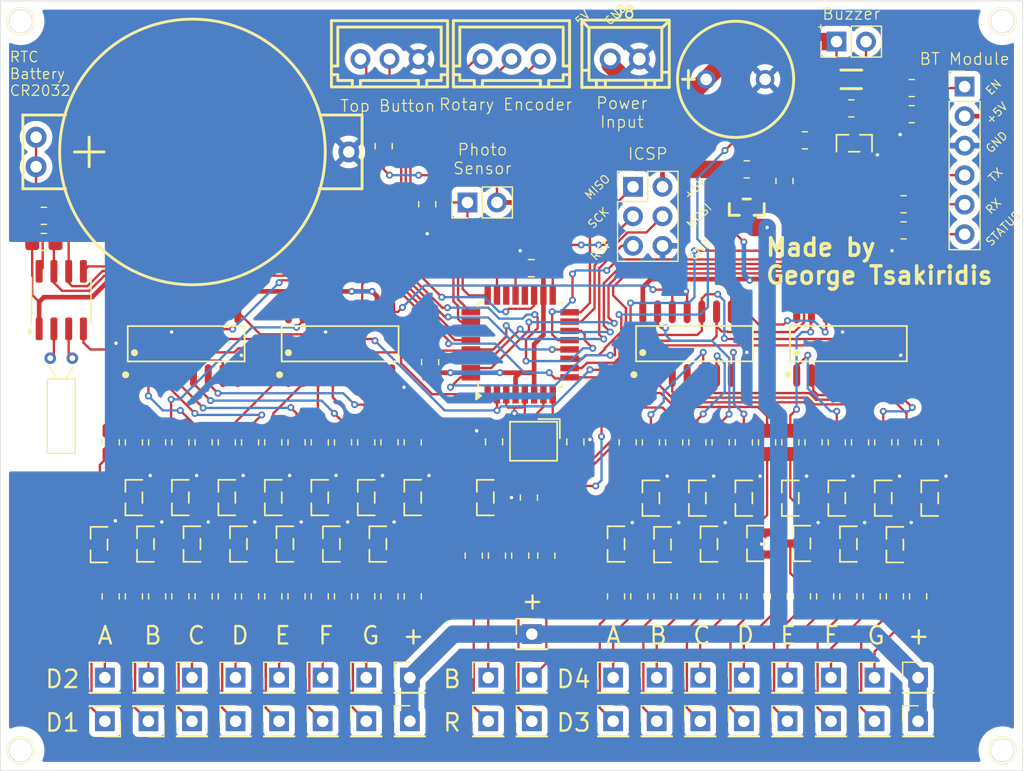
<source format=kicad_pcb>
(kicad_pcb (version 20241229) (generator "pcbnew") (generator_version "9.0")
  (layers (0 "F.Cu" signal) (2 "B.Cu" signal) (13 "F.Paste" user) (15 "B.Paste" user) (5 "F.SilkS" user "F.Silkscreen") (7 "B.SilkS" user "B.Silkscreen") (1 "F.Mask" user) (3 "B.Mask" user) (25 "Edge.Cuts" user))
  (net 0 "")
  (net 1 "Net-(BT1-+)")
  (net 2 "+5V")
  (net 3 "GND")
  (net 4 "XTAL1")
  (net 5 "XTAL2")
  (net 6 "PHOTOSENSOR")
  (net 7 "ROT_ENC_A")
  (net 8 "SCK")
  (net 9 "ROT_ENC_BTN")
  (net 10 "RST")
  (net 11 "MISO")
  (net 12 "MOSI")
  (net 14 "BT_STATUS")
  (net 15 "BT_TX")
  (net 16 "Net-(J7-Pin_5)")
  (net 18 "Net-(U2-Q7S)")
  (net 19 "D1AG")
  (net 20 "D1BG")
  (net 21 "D1CG")
  (net 22 "D1DG")
  (net 23 "D1EG")
  (net 24 "Net-(U3-Q7S)")
  (net 25 "Net-(U4-Q7S)")
  (net 30 "D1A")
  (net 31 "D1B")
  (net 32 "D1C")
  (net 33 "D1D")
  (net 34 "D1E")
  (net 35 "D1F")
  (net 36 "D1G")
  (net 37 "D2A")
  (net 38 "D2B")
  (net 39 "D2C")
  (net 40 "D2D")
  (net 41 "D2E")
  (net 42 "D2F")
  (net 43 "D2G")
  (net 44 "D3A")
  (net 45 "D3B")
  (net 46 "D3C")
  (net 47 "D3D")
  (net 48 "D3E")
  (net 49 "D3F")
  (net 50 "D3G")
  (net 51 "DPCathode")
  (net 52 "Net-(D29-K)")
  (net 53 "Net-(D31-K)")
  (net 54 "Net-(D30-K)")
  (net 55 "Net-(D32-K)")
  (net 56 "Net-(U1-PD3)")
  (net 57 "Net-(U1-PD4)")
  (net 58 "Net-(U1-PD5)")
  (net 59 "Net-(J7-Pin_1)")
  (net 60 "D1FG")
  (net 61 "D1GG")
  (net 62 "D2AG")
  (net 63 "D2BG")
  (net 64 "D2CG")
  (net 65 "D2DG")
  (net 66 "D2EG")
  (net 67 "D2FG")
  (net 68 "D2GG")
  (net 69 "D3AG")
  (net 70 "D3BG")
  (net 71 "D3CG")
  (net 72 "D3DG")
  (net 73 "D3EG")
  (net 74 "D3FG")
  (net 75 "D3GG")
  (net 76 "D4AG")
  (net 77 "D4A")
  (net 78 "D4BG")
  (net 79 "D4B")
  (net 80 "D4C")
  (net 81 "D4CG")
  (net 82 "D4D")
  (net 83 "D4DG")
  (net 84 "D4E")
  (net 85 "D4EG")
  (net 86 "D4F")
  (net 87 "D4FG")
  (net 88 "D4G")
  (net 89 "D4GG")
  (net 90 "Net-(U2-Q0)")
  (net 91 "Net-(U2-Q1)")
  (net 92 "Net-(U2-Q2)")
  (net 93 "Net-(U2-Q3)")
  (net 94 "Net-(U2-Q4)")
  (net 95 "Net-(U2-Q5)")
  (net 96 "Net-(U2-Q6)")
  (net 97 "Net-(U2-Q7)")
  (net 98 "Net-(U3-Q0)")
  (net 99 "Net-(U3-Q1)")
  (net 100 "Net-(U3-Q2)")
  (net 101 "Net-(U3-Q3)")
  (net 102 "Net-(U3-Q4)")
  (net 103 "Net-(U3-Q5)")
  (net 104 "DPG")
  (net 105 "Net-(U3-Q6)")
  (net 106 "Net-(U3-Q7)")
  (net 107 "Net-(U4-Q0)")
  (net 108 "Net-(U4-Q1)")
  (net 109 "Net-(U4-Q2)")
  (net 110 "Net-(U4-Q3)")
  (net 111 "Net-(U4-Q4)")
  (net 112 "Net-(U4-Q5)")
  (net 113 "Net-(U4-Q6)")
  (net 114 "Net-(U4-Q7)")
  (net 115 "Net-(U5-Q0)")
  (net 116 "Net-(U5-Q1)")
  (net 117 "Net-(U5-Q2)")
  (net 118 "Net-(U5-Q3)")
  (net 119 "Net-(U5-Q4)")
  (net 120 "Net-(D1A1-K)")
  (net 121 "Net-(D1B1-K)")
  (net 122 "Net-(D1C1-K)")
  (net 123 "Net-(D1D1-K)")
  (net 124 "Net-(D1E1-K)")
  (net 125 "Net-(D1F1-K)")
  (net 126 "Net-(D1G1-K)")
  (net 127 "Net-(D2A1-K)")
  (net 128 "Net-(D2B1-K)")
  (net 129 "Net-(D2C1-K)")
  (net 130 "Net-(D2D1-K)")
  (net 131 "Net-(D2E1-K)")
  (net 132 "Net-(D2F1-K)")
  (net 133 "Net-(D2G1-K)")
  (net 134 "Net-(D3A1-K)")
  (net 135 "Net-(D3B1-K)")
  (net 136 "Net-(D3C1-K)")
  (net 137 "Net-(D3D1-K)")
  (net 138 "Net-(D3E1-K)")
  (net 139 "Net-(D3F1-K)")
  (net 140 "Net-(D3G1-K)")
  (net 141 "Net-(D4A1-K)")
  (net 142 "Net-(D4B1-K)")
  (net 143 "Net-(D4C1-K)")
  (net 144 "Net-(D4D1-K)")
  (net 145 "Net-(D4E1-K)")
  (net 146 "Net-(D4F1-K)")
  (net 147 "Net-(D4G1-K)")
  (net 148 "D1Anode")
  (net 149 "ROT_ENC_B")
  (net 150 "DigitsEnableINV")
  (net 151 "Net-(Q30-G)")
  (net 152 "SCLK")
  (net 153 "SDATA")
  (net 154 "Net-(Q32-G)")
  (net 155 "BT_RX")
  (net 156 "RTC CE")
  (net 157 "Net-(U8-X2)")
  (net 158 "Net-(U8-X1)")
  (net 159 "TOP_BTN")
  (net 160 "Buzzer")
  (net 161 "Net-(D1-A)")
  (net 162 "TOP_BTN_LED")
  (net 163 "BT_EN")
  (footprint "easyeda2kicad:SOT-23-3_L2.9-W1.3-P1.90-LS2.4-BR" (layer "F.Cu") (at 151.5 144.25)
    (property "Reference" "Q5" (hide yes))
    (property "Value" "NMOS" (hide yes))
  )
  (footprint "easyeda2kicad:SOT-23-3_L2.9-W1.3-P1.90-LS2.4-BR" (layer "F.Cu") (at 158.5 140.25)
    (property "Reference" "Q13" (hide yes))
    (property "Value" "NMOS" (hide yes))
  )
  (footprint "Resistor_SMD:R_0805_2012Metric_Pad1.20x1.40mm_HandSolder" (layer "F.Cu") (at 192 148.75 90)
    (property "Reference" "R18" (hide yes))
    (property "Value" "R" (hide yes))
  )
  (footprint "Connector_PinHeader_2.54mm:PinHeader_1x01_P2.54mm_Vertical" (layer "F.Cu") (at 183.5 155.75)
    (property "Reference" "D4B1" (hide yes))
    (property "Value" "LED" (hide yes))
  )
  (footprint "easyeda2kicad:LL-34_L3.5-W1.5-RD" (layer "F.Cu") (at 200.25 104.25)
    (property "Reference" "D1" (hide yes))
    (property "Value" "D_Zener_Small" (hide yes))
  )
  (footprint "easyeda2kicad:SOT-23-3_L2.9-W1.3-P1.90-LS2.4-BR" (layer "F.Cu") (at 207 140.3)
    (property "Reference" "Q28" (hide yes))
    (property "Value" "NMOS" (hide yes))
  )
  (footprint "Connector_PinHeader_2.54mm:PinHeader_1x01_P2.54mm_Vertical" (layer "F.Cu") (at 179.75 155.75)
    (property "Reference" "D4A1" (hide yes))
    (property "Value" "LED" (hide yes))
  )
  (footprint "Connector_PinHeader_2.54mm:PinHeader_1x01_P2.54mm_Vertical" (layer "F.Cu") (at 139.75 159.5 180)
    (property "Reference" "D1B1" (hide yes))
    (property "Value" "LED" (hide yes))
  )
  (footprint "Connector_PinHeader_2.54mm:PinHeader_1x01_P2.54mm_Vertical" (layer "F.Cu") (at 151 155.75)
    (property "Reference" "D2E1" (hide yes))
    (property "Value" "LED" (hide yes))
  )
  (footprint "easyeda2kicad:SOIC-16_L9.9-W3.9-P1.27-LS6.0-BL" (layer "F.Cu") (at 143 127.01)
    (property "Reference" "U2" (hide yes))
    (property "Value" "74HC595D,118" (hide yes))
  )
  (footprint "Resistor_SMD:R_0805_2012Metric_Pad1.20x1.40mm_HandSolder" (layer "F.Cu") (at 181 135.5 -90)
    (property "Reference" "R50" (hide yes))
    (property "Value" "1k" (hide yes))
  )
  (footprint "Resistor_SMD:R_0805_2012Metric_Pad1.20x1.40mm_HandSolder" (layer "F.Cu") (at 144.5 135.5 -90)
    (property "Reference" "R38" (hide yes))
    (property "Value" "1k" (hide yes))
  )
  (footprint "Resistor_SMD:R_0805_2012Metric_Pad1.20x1.40mm_HandSolder" (layer "F.Cu") (at 167.75 145.25 90)
    (property "Reference" "R29" (hide yes))
    (property "Value" "R" (hide yes))
  )
  (footprint "easyeda2kicad:SOT-23-3_L2.9-W1.3-P1.90-LS2.4-BR" (layer "F.Cu") (at 188 144.25)
    (property "Reference" "Q17" (hide yes))
    (property "Value" "NMOS" (hide yes))
  )
  (footprint "Resistor_SMD:R_0805_2012Metric_Pad1.20x1.40mm_HandSolder" (layer "F.Cu") (at 180 148.75 90)
    (property "Reference" "R15" (hide yes))
    (property "Value" "R" (hide yes))
  )
  (footprint "Connector_PinHeader_2.54mm:PinHeader_1x01_P2.54mm_Vertical" (layer "F.Cu") (at 147.25 155.75)
    (property "Reference" "D2D1" (hide yes))
    (property "Value" "LED" (hide yes))
  )
  (footprint "Connector_PinHeader_2.54mm:PinHeader_1x01_P2.54mm_Vertical" (layer "F.Cu") (at 187.25 159.5)
    (property "Reference" "D3C1" (hide yes))
    (property "Value" "LED" (hide yes))
  )
  (footprint "easyeda2kicad:SOIC-16_L9.9-W3.9-P1.27-LS6.0-BL" (layer "F.Cu") (at 200 127)
    (property "Reference" "U5" (hide yes))
    (property "Value" "74HC595D,118" (hide yes))
  )
  (footprint "Resistor_SMD:R_0805_2012Metric_Pad1.20x1.40mm_HandSolder" (layer "F.Cu") (at 200 148.75 90)
    (property "Reference" "R20" (hide yes))
    (property "Value" "R" (hide yes))
  )
  (footprint "Connector_PinHeader_2.54mm:PinHeader_1x01_P2.54mm_Vertical" (layer "F.Cu") (at 206 159.5)
    (property "Reference" "J4" (hide yes))
    (property "Value" "Anode4" (hide yes))
  )
  (footprint "Package_SO:SOIC-8_3.9x4.9mm_P1.27mm" (layer "F.Cu") (at 132.25 123.25 90)
    (property "Reference" "U8" (hide yes))
    (property "Value" "DS1302ZN+" (hide yes))
  )
  (footprint "Capacitor_SMD:C_0805_2012Metric_Pad1.18x1.45mm_HandSolder" (layer "F.Cu") (at 176.5 135.4625 90)
    (property "Reference" "C2" (hide yes))
    (property "Value" "9pf" (hide yes))
  )
  (footprint "Connector_PinHeader_2.54mm:PinHeader_1x01_P2.54mm_Vertical" (layer "F.Cu") (at 202.25 155.75)
    (property "Reference" "D4G1" (hide yes))
    (property "Value" "LED" (hide yes))
  )
  (footprint "Connector_PinHeader_2.54mm:PinHeader_1x01_P2.54mm_Vertical" (layer "F.Cu") (at 191 155.75)
    (property "Reference" "D4D1" (hide yes))
    (property "Value" "LED" (hide yes))
  )
  (footprint "easyeda2kicad:SOIC-16_L9.9-W3.9-P1.27-LS6.0-BL" (layer "F.Cu") (at 186.75 127)
    (property "Reference" "U4" (hide yes))
    (property "Value" "74HC595D,118" (hide yes))
  )
  (footprint "easyeda2kicad:SOT-23-3_L2.9-W1.3-P1.90-LS2.4-BR" (layer "F.Cu") (at 150.5 140.25)
    (property "Reference" "Q11" (hide yes))
    (property "Value" "NMOS" (hide yes))
  )
  (footprint "Resistor_SMD:R_0805_2012Metric_Pad1.20x1.40mm_HandSolder" (layer "F.Cu") (at 138.5 135.5 -90)
    (property "Reference" "R43" (hide yes))
    (property "Value" "1k" (hide yes))
  )
  (footprint "Resistor_SMD:R_0805_2012Metric_Pad1.20x1.40mm_HandSolder" (layer "F.Cu") (at 142.5 148.75 90)
    (property "Reference" "R9" (hide yes))
    (property "Value" "R" (hide yes))
  )
  (footprint "Connector_PinHeader_2.54mm:PinHeader_1x01_P2.54mm_Vertical" (layer "F.Cu") (at 198.5 155.75)
    (property "Reference" "D4F1" (hide yes))
    (property "Value" "LED" (hide yes))
  )
  (footprint "easyeda2kicad:SOT-23-3_L2.9-W1.3-P1.90-LS2.4-BR" (layer "F.Cu") (at 203 140.3)
    (property "Reference" "Q27" (hide yes))
    (property "Value" "NMOS" (hide yes))
  )
  (footprint "Connector_PinHeader_2.54mm:PinHeader_1x01_P2.54mm_Vertical" (layer "F.Cu") (at 136 155.75)
    (property "Reference" "D2A1" (hide yes))
    (property "Value" "LED" (hide yes))
  )
  (footprint "Connector_PinHeader_2.54mm:PinHeader_1x02_P2.54mm_Vertical" (layer "F.Cu") (at 198.975 101 90)
    (property "Reference" "J11" (hide yes))
    (property "Value" "Buzzer" (hide yes))
  )
  (footprint "easyeda2kicad:CAP-TH_BD10.0-P5.00-D1.0-FD" (layer "F.Cu") (at 190.29 104.25)
    (property "Reference" "C3" (hide yes))
    (property "Value" "35PX1000MEFC10X20" (hide yes))
  )
  (footprint "Resistor_SMD:R_0805_2012Metric_Pad1.20x1.40mm_HandSolder" (layer "F.Cu") (at 184 148.75 90)
    (property "Reference" "R16" (hide yes))
    (property "Value" "R" (hide yes))
  )
  (footprint "Connector_PinHeader_2.54mm:PinHeader_1x01_P2.54mm_Vertical" (layer "F.Cu") (at 162.25 159.5)
    (property "Reference" "J1" (hide yes))
    (property "Value" "Anode1" (hide yes))
  )
  (footprint "Connector_PinHeader_2.54mm:PinHeader_1x02_P2.54mm_Vertical" (layer "F.Cu") (at 167.21 114.85 90)
    (property "Reference" "R33" (hide yes))
    (property "Value" "R_Photo" (hide yes))
  )
  (footprint "easyeda2kicad:SOT-23-3_L2.9-W1.3-P1.90-LS2.4-BR" (layer "F.Cu") (at 146.5 140.25)
    (property "Reference" "Q10" (hide yes))
    (property "Value" "NMOS" (hide yes))
  )
  (footprint "Resistor_SMD:R_0805_2012Metric_Pad1.20x1.40mm_HandSolder" (layer "F.Cu") (at 207 135.5 -90)
    (property "Reference" "R63" (hide yes))
    (property "Value" "1k" (hide yes))
  )
  (footprint "easyeda2kicad:CRYSTAL-SMD_4P-L3.2-W2.5-BL" (layer "F.Cu") (at 172.9 135.4 180)
    (property "Reference" "X1" (hide yes))
    (property "Value" "16MHz")
  )
  (footprint "easyeda2kicad:SOT-23-3_L2.9-W1.3-P1.90-LS2.4-BR" (layer "F.Cu") (at 143.5 144.25)
    (property "Reference" "Q3" (hide yes))
    (property "Value" "NMOS" (hide yes))
  )
  (footprint "Resistor_SMD:R_0805_2012Metric_Pad1.20x1.40mm_HandSolder" (layer "F.Cu") (at 174 145.25 90)
    (property "Reference" "R32" (hide yes))
    (property "Value" "R" (hide yes))
  )
  (footprint "Resistor_SMD:R_0805_2012Metric_Pad1.20x1.40mm_HandSolder" (layer "F.Cu") (at 191 135.5 -90)
    (property "Reference" "R59" (hide yes))
    (property "Value" "1k" (hide yes))
  )
  (footprint "Resistor_SMD:R_0805_2012Metric_Pad1.20x1.40mm_HandSolder" (layer "F.Cu") (at 156.5 135.5 -90)
    (property "Reference" "R41" (hide yes))
    (property "Value" "1k" (hide yes))
  )
  (footprint "Connector_PinHeader_2.54mm:PinHeader_1x01_P2.54mm_Vertical" (layer "F.Cu") (at 172.75 152)
    (property "Reference" "J5" (hide yes))
    (property "Value" "AnodeDP" (hide yes))
  )
  (footprint "easyeda2kicad:SOT-23-3_L2.9-W1.3-P1.90-LS2.4-BR" (layer "F.Cu") (at 204 144.3)
    (property "Reference" "Q21" (hide yes))
    (property "Value" "NMOS" (hide yes))
  )
  (footprint "Connector_PinHeader_2.54mm:PinHeader_1x01_P2.54mm_Vertical" (layer "F.Cu") (at 172.75 155.75)
    (property "Reference" "D32" (hide yes))
    (property "Value" "LED B" (hide yes))
  )
  (footprint "easyeda2kicad:SOT-23-3_L2.9-W1.3-P1.90-LS2.4-BR" (layer "F.Cu") (at 159.5 144.25)
    (property "Reference" "Q7" (hide yes))
    (property "Value" "NMOS" (hide yes))
  )
  (footprint "easyeda2kicad:SOT-23-3_L2.9-W1.3-P1.90-LS2.4-BR" (layer "F.Cu") (at 139.5 144.25)
    (property "Reference" "Q2" (hide yes))
    (property "Value" "NMOS" (hide yes))
  )
  (footprint "Resistor_SMD:R_0805_2012Metric_Pad1.20x1.40mm_HandSolder" (layer "F.Cu") (at 196.25 109.5)
    (property "Reference" "R34" (hide yes))
    (property "Value" "1k" (hide yes))
  )
  (footprint "easyeda2kicad:SOT-23-3_L2.9-W1.3-P1.90-LS2.4-BR" (layer "F.Cu") (at 135.5 144.3)
    (property "Reference" "Q1" (hide yes))
    (property "Value" "NMOS" (hide yes))
  )
  (footprint "Resistor_SMD:R_0805_2012Metric_Pad1.20x1.40mm_HandSolder" (layer "F.Cu") (at 160.5 148.75 90)
    (property "Reference" "R7" (hide yes))
    (property "Value" "R" (hide yes))
  )
  (footprint "easyeda2kicad:SOT-23-3_L2.9-W1.3-P1.90-LS2.4-BR" (layer "F.Cu") (at 154.5 140.25)
    (property "Reference" "Q12" (hide yes))
    (property "Value" "NMOS" (hide yes))
  )
  (footprint "Resistor_SMD:R_0805_2012Metric_Pad1.20x1.40mm_HandSolder" (layer "F.Cu") (at 163.75 115 -90)
    (property "Reference" "R66" (hide yes))
    (property "Value" "10k" (hide yes))
  )
  (footprint "Resistor_SMD:R_0805_2012Metric_Pad1.20x1.40mm_HandSolder" (layer "F.Cu") (at 162.5 148.75 90)
    (property "Reference" "R14" (hide yes))
    (property "Value" "R" (hide yes))
  )
  (footprint "Resistor_SMD:R_0805_2012Metric_Pad1.20x1.40mm_HandSolder" (layer "F.Cu") (at 146.5 148.75 90)
    (property "Reference" "R10" (hide yes))
    (property "Value" "R" (hide yes))
  )
  (footprint "easyeda2kicad:SOT-23-3_L2.9-W1.3-P1.90-LS2.4-BR" (layer "F.Cu") (at 192 144.2)
    (property "Reference" "Q18" (hide yes))
    (property "Value" "NMOS" (hide yes))
  )
  (footprint "Resistor_SMD:R_0805_2012Metric_Pad1.20x1.40mm_HandSolder" (layer "F.Cu") (at 198 148.75 90)
    (property "Reference" "R26" (hide yes))
    (property "Value" "R" (hide yes))
  )
  (footprint "easyeda2kicad:SOT-23-3_L2.9-W1.3-P1.90-LS2.4-BR" (layer "F.Cu") (at 168.75 140.25)
    (property "Reference" "Q29" (hide yes))
    (property "Value" "NMOS" (hide yes))
  )
  (footprint "Resistor_SMD:R_0805_2012Metric_Pad1.20x1.40mm_HandSolder" (layer "F.Cu") (at 150.5 135.5 -90)
    (property "Reference" "R46" (hide yes))
    (property "Value" "1k" (hide yes))
  )
  (footprint "Resistor_SMD:R_0805_2012Metric_Pad1.20x1.40mm_HandSolder" (layer "F.Cu") (at 196 148.75 90)
    (property "Reference" "R19" (hide yes))
    (property "Value" "R" (hide yes))
  )
  (footprint "Resistor_SMD:R_0805_2012Metric_Pad1.20x1.40mm_HandSolder" (layer "F.Cu") (at 160.5 135.5 -90)
    (property "Reference" "R42" (hide yes))
    (property "Value" "1k" (hide yes))
  )
  (footprint "Resistor_SMD:R_0805_2012Metric_Pad1.20x1.40mm_HandSolder" (layer "F.Cu") (at 140.5 135.5 -90)
    (property "Reference" "R37" (hide yes))
    (property "Value" "1k" (hide yes))
  )
  (footprint "easyeda2kicad:SOT-23-3_L2.9-W1.3-P1.90-LS2.4-BR" (layer "F.Cu") (at 162.5 140.25)
    (property "Reference" "Q14" (hide yes))
    (property "Value" "NMOS" (hide yes))
  )
  (footprint "Resistor_SMD:R_0805_2012Metric_Pad1.20x1.40mm_HandSolder" (layer "F.Cu") (at 190 148.75 90)
    (property "Reference" "R24" (hide yes))
    (property "Value" "R" (hide yes))
  )
  (footprint "Resistor_SMD:R_0805_2012Metric_Pad1.20x1.40mm_HandSolder" (layer "F.Cu") (at 152.5 148.75 90)
    (property "Reference" "R5" (hide yes))
    (property "Value" "R" (hide yes))
  )
  (footprint "Resistor_SMD:R_0805_2012Metric_Pad1.20x1.40mm_HandSolder" (layer "F.Cu") (at 136.5 135.5 -90)
    (property "Reference" "R36" (hide yes))
    (property "Value" "1k" (hide yes))
  )
  (footprint "Resistor_SMD:R_0805_2012Metric_Pad1.20x1.40mm_HandSolder" (layer "F.Cu") (at 130.75 116 180)
    (property "Reference" "R70" (hide yes))
    (property "Value" "10k" (hide yes))
  )
  (footprint "Resistor_SMD:R_0805_2012Metric_Pad1.20x1.40mm_HandSolder" (layer "F.Cu") (at 154.5 135.5 -90)
    (property "Reference" "R47" (hide yes))
    (property "Value" "1k" (hide yes))
  )
  (footprint "Resistor_SMD:R_0805_2012Metric_Pad1.20x1.40mm_HandSolder" (layer "F.Cu") (at 136.5 148.75 90)
    (property "Reference" "R1" (hide yes))
    (property "Value" "R" (hide yes))
  )
  (footprint "Connector_PinHeader_2.54mm:PinHeader_1x01_P2.54mm_Vertical" (layer "F.Cu") (at 136 159.5 180)
    (property "Reference" "D1A1" (hide yes))
    (property "Value" "LED" (hide yes))
  )
  (footprint "Connector_PinHeader_2.54mm:PinHeader_1x01_P2.54mm_Vertical" (layer "F.Cu") (at 206 155.75)
    (property "Reference" "J3" (hide yes))
    (property "Value" "Anode3" (hide yes))
  )
  (footprint "Resistor_SMD:R_0805_2012Metric_Pad1.20x1.40mm_HandSolder" (layer "F.Cu") (at 138.5 148.75 90)
    (property "Reference" "R8" (hide yes))
    (property "Value" "R" (hide yes))
  )
  (footprint "Connector_PinHeader_2.54mm:PinHeader_1x06_P2.54mm_Vertical" (layer "F.Cu") (at 210 104.88)
    (property "Reference" "J7" (hide yes))
    (property "Value" "HC-05" (hide yes))
  )
  (footprint "Connector_PinHeader_2.54mm:PinHeader_1x01_P2.54mm_Vertical" (layer "F.Cu") (at 179.75 159.5)
    (property "Reference" "D3A1" (hide yes))
    (property "Value" "LED" (hide yes))
  )
  (footprint "Package_QFP:TQFP-32_7x7mm_P0.8mm" (layer "F.Cu") (at 171.75 127.1 90)
    (property "Reference" "U1" (hide yes))
    (property "Value" "ATmega328P-A" (hide yes))
  )
  (footprint "Resistor_SMD:R_0805_2012Metric_Pad1.20x1.40mm_HandSolder" (layer "F.Cu") (at 152.5 135.5 -90)
    (property "Reference" "R40" (hide yes))
    (property "Value" "1k" (hide yes))
  )
  (footprint "Resistor_SMD:R_0805_2012Metric_Pad1.20x1.40mm_HandSolder" (layer "F.Cu") (at 154.5 148.75 90)
    (property "Reference" "R12" (hide yes))
    (property "Value" "R" (hide yes))
  )
  (footprint "Resistor_SMD:R_0805_2012Metric_Pad1.20x1.40mm_HandSolder" (layer "F.Cu") (at 146.5 135.5 -90)
    (property "Reference" "R45" (hide yes))
    (property "Value" "1k" (hide yes))
  )
  (footprint "Resistor_SMD:R_0805_2012Metric_Pad1.20x1.40mm_HandSolder" (layer "F.Cu") (at 205.45 107.25 180)
    (property "Reference" "R72" (hide yes))
    (property "Value" "4.7k" (hide yes))
  )
  (footprint "easyeda2kicad:CONN-TH_3P-P2.50_ZHOURI_XH-3PA" (layer "F.Cu") (at 171 102.5 180)
    (property "Reference" "U6" (hide yes))
    (property "Value" "XH-3PA")
  )
  (footprint "Resistor_SMD:R_0805_2012Metric_Pad1.20x1.40mm_HandSolder" (layer "F.Cu") (at 197 135.5 -90)
    (property "Reference" "R54" (hide yes))
    (property "Value" "1k" (hide yes))
  )
  (footprint "easyeda2kicad:SOIC-16_L9.9-W3.9-P1.27-LS6.0-BL" (layer "F.Cu") (at 156.25 127.01)
    (property "Reference" "U3" (hide yes))
    (property "Value" "74HC595D,118" (hide yes))
  )
  (footprint "Resistor_SMD:R_0805_2012Metric_Pad1.20x1.40mm_HandSolder" (layer "F.Cu") (at 203 135.5 -90)
    (property "Reference" "R62" (hide yes))
    (property "Value" "1k" (hide yes))
  )
  (footprint "Connector_PinHeader_2.54mm:PinHeader_1x01_P2.54mm_Vertical" (layer "F.Cu") (at 198.5 159.5)
    (property "Reference" "D3F1" (hide yes))
    (property "Value" "LED" (hide yes))
  )
  (footprint "Resistor_SMD:R_0805_2012Metric_Pad1.20x1.40mm_HandSolder" (layer "F.Cu") (at 189 135.5 -90)
    (property "Reference" "R52" (hide yes))
    (property "Value" "1k" (hide yes))
  )
  (footprint "Resistor_SMD:R_0805_2012Metric_Pad1.20x1.40mm_HandSolder" (layer "F.Cu") (at 193 135.5 -90)
    (property "Reference" "R53" (hide yes))
    (property "Value" "1k" (hide yes))
  )
  (footprint "Resistor_SMD:R_0805_2012Metric_Pad1.20x1.40mm_HandSolder" (layer "F.Cu") (at 158.5 135.5 -90)
    (property "Reference" "R48" (hide yes))
    (property "Value" "1k" (hide yes))
  )
  (footprint "easyeda2kicad:CONN-TH_3P-P2.50_ZHOURI_XH-3PA" (layer "F.Cu") (at 160.5 102.5 180)
    (property "Reference" "U7" (hide yes))
    (property "Value" "XH-3PA")
  )
  (footprint "Resistor_SMD:R_0805_2012Metric_Pad1.20x1.40mm_HandSolder" (layer "F.Cu") (at 199 135.5 -90)
    (property "Reference" "R61" (hide yes))
    (property "Value" "1k" (hide yes))
  )
  (footprint "Connector_PinHeader_2.54mm:PinHeader_1x01_P2.54mm_Vertical" (layer "F.Cu") (at 183.5 159.5)
    (property "Reference" "D3B1" (hide yes))
    (property "Value" "LED" (hide yes))
  )
  (footprint "Connector_PinHeader_2.54mm:PinHeader_1x01_P2.54mm_Vertical" (layer "F.Cu") (at 154.75 159.5)
    (property "Reference" "D1F1" (hide yes))
    (property "Value" "LED" (hide yes))
  )
  (footprint "Resistor_SMD:R_0805_2012Metric_Pad1.20x1.40mm_HandSolder" (layer "F.Cu") (at 172.5 140.25 -90)
    (property "Reference" "R64" (hide yes))
    (property "Value" "1k" (hide yes))
  )
  (footprint "Resistor_SMD:R_0805_2012Metric_Pad1.20x1.40mm_HandSolder" (layer "F.Cu") (at 205.45 105)
    (property "Reference" "R71" (hide yes))
    (property "Value" "2.2k" (hide yes))
  )
  (footprint "Resistor_SMD:R_0805_2012Metric_Pad1.20x1.40mm_HandSolder" (layer "F.Cu") (at 169.75 145.25 90)
    (property "Reference" "R30" (hide yes))
    (property "Value" "R" (hide yes))
  )
  (footprint "Connector_PinHeader_2.54mm:PinHeader_1x01_P2.54mm_Vertical" (layer "F.Cu") (at 194.75 155.75)
    (property "Reference" "D4E1" (hide yes))
    (property "Value" "LED" (hide yes))
  )
  (footprint "Resistor_SMD:R_0805_2012Metric_Pad1.20x1.40mm_HandSolder" (layer "F.Cu") (at 195 135.5 -90)
    (property "Reference" "R60" (hide yes))
    (property "Value" "1k" (hide yes))
  )
  (footprint "Resistor_SMD:R_0805_2012Metric_Pad1.20x1.40mm_HandSolder" (layer "F.Cu") (at 182 148.75 90)
    (property "Reference" "R22" (hide yes))
    (property "Value" "R" (hide yes))
  )
  (footprint "Resistor_SMD:R_0805_2012Metric_Pad1.20x1.40mm_HandSolder" (layer "F.Cu") (at 140.5 148.75 90)
    (property "Reference" "R2" (hide yes))
    (property "Value" "R" (hide yes))
  )
  (footprint "easyeda2kicad:SOT-23-3_L2.9-W1.3-P1.90-LS2.4-BR" (layer "F.Cu") (at 199 140.3)
    (property "Reference" "Q26" (hide yes))
    (property "Value" "NMOS" (hide yes))
  )
  (footprint "Capacitor_SMD:C_0805_2012Metric_Pad1.18x1.45mm_HandSolder" (layer "F.Cu") (at 169.5 135.4625 90)
    (property "Reference" "C1" (hide yes))
    (property "Value" "9pf" (hide yes))
  )
  (footprint "Connector_PinHeader_2.54mm:PinHeader_1x01_P2.54mm_Vertical" (layer "F.Cu") (at 202.25 159.5)
    (property "Reference" "D3G1" (hide yes))
    (property "Value" "LED" (hide yes))
  )
  (footprint "Resistor_SMD:R_0805_2012Metric_Pad1.20x1.40mm_HandSolder" (layer "F.Cu") (at 202 148.75 90)
    (property "Reference" "R27" (hide yes))
    (property "Value" "R" (hide yes))
  )
  (footprint "Resistor_SMD:R_0805_2012Metric_Pad1.20x1.40mm_HandSolder" (layer "F.Cu") (at 188 148.75 90)
    (property "Reference" "R17" (hide yes))
    (property "Value" "R" (hide yes))
  )
  (footprint "easyeda2kicad:SOT-23-3_L2.9-W1.3-P1.90-LS2.4-BR" (layer "F.Cu") (at 196 144.2)
    (property "Reference" "Q19" (hide yes))
    (property "Value" "NMOS" (hide yes))
  )
  (footprint "Resistor_SMD:R_0805_2012Metric_Pad1.20x1.40mm_HandSolder" (layer "F.Cu") (at 158.5 148.75 90)
    (property "Reference" "R13" (hide yes))
    (property "Value" "R" (hide yes))
  )
  (footprint "Connector_PinHeader_2.54mm:PinHeader_1x01_P2.54mm_Vertical" (layer "F.Cu") (at 162.25 155.75)
    (property "Reference" "J2" (hide yes))
    (property "Value" "Anode2" (hide yes))
  )
  (footprint "Connector_PinHeader_2.54mm:PinHeader_1x01_P2.54mm_Vertical" (layer "F.Cu") (at 169 155.75)
    (property "Reference" "D31" (hide yes))
    (property "Value" "LED B" (hide yes))
  )
  (footprint "Resistor_SMD:R_0805_2012Metric_Pad1.20x1.40mm_HandSolder" (layer "F.Cu") (at 206 148.75 90)
    (property "Reference" "R28" (hide yes))
    (property "Value" "R" (hide yes))
  )
  (footprint "Capacitor_SMD:C_0805_2012Metric_Pad1.18x1.45mm_HandSolder" (layer "F.Cu") (at 172.7125 120.5)
    (property "Reference" "C4" (hide yes))
    (property "Value" "100nf" (hide yes))
  )
  (footprint "easyeda2kicad:SOT-23-3_L2.9-W1.3-P1.90-LS2.4-BR" (layer "F.Cu") (at 187 140.3)
    (property "Reference" "Q23" (hide yes))
    (property "Value" "NMOS" (hide yes))
  )
  (footprint "Connector_PinHeader_2.54mm:PinHeader_1x01_P2.54mm_Vertical" (layer "F.Cu") (at 143.5 155.75)
    (property "Reference" "D2C1" (hide yes))
    (property "Value" "LED" (hide yes))
  )
  (footprint "Resistor_SMD:R_0805_2012Metric_Pad1.20x1.40mm_HandSolder" (layer "F.Cu") (at 187 135.5 -90)
    (property "Reference" "R58" (hide yes))
    (property "Value" "1k" (hide yes))
  )
  (footprint "Resistor_SMD:R_0805_2012Metric_Pad1.20x1.40mm_HandSolder" (layer "F.Cu") (at 130.75 118.25 180)
    (property "Reference" "R69" (hide yes))
    (property "Value" "10k" (hide yes))
  )
  (footprint "Resistor_SMD:R_0805_2012Metric_Pad1.20x1.40mm_HandSolder" (layer "F.Cu") (at 148.5 148.75 90)
    (property "Reference" "R4" (hide yes))
    (property "Value" "R" (hide yes))
  )
  (footprint "Resistor_SMD:R_0805_2012Metric_Pad1.20x1.40mm_HandSolder" (layer "F.Cu") (at 185 135.5 -90)
    (property "Reference" "R51" (hide yes))
    (property "Value" "1k" (hide yes))
  )
  (footprint "Resistor_SMD:R_0805_2012Metric_Pad1.20x1.40mm_HandSolder" (layer "F.Cu") (at 183 135.5 -90)
    (property "Reference" "R57" (hide yes))
    (property "Value" "1k" (hide yes))
  )
  (footprint "easyeda2kicad:SOT-23-3_L2.9-W1.3-P1.90-LS2.4-BR" (layer "F.Cu") (at 180 144.25)
    (property "Reference" "Q15" (hide yes))
    (property "Value" "NMOS" (hide yes))
  )
  (footprint "Resistor_SMD:R_0805_2012Metric_Pad1.20x1.40mm_HandSolder" (layer "F.Cu") (at 148.5 135.5 -90)
    (property "Reference" "R39" (hide yes))
    (property "Value" "1k" (hide yes))
  )
  (footprint "easyeda2kicad:SOT-23_L2.9-W1.3-P1.90-LS2.4-BR" (layer "F.Cu") (at 191.25 115.25 90)
    (property "Reference" "Q30" (hide yes))
    (property "Value" "PMOS" (hide yes))
  )
  (footprint "Resistor_SMD:R_0805_2012Metric_Pad1.20x1.40mm_HandSolder" (layer "F.Cu") (at 194 148.75 90)
    (property "Reference" "R25" (hide yes))
    (property "Value" "R" (hide yes))
  )
  (footprint "Crystal:Crystal_DS26_D2.0mm_L6.0mm_Horizontal" (layer "F.Cu") (at 131.3 128.25)
    (property "Reference" "Y1" (hide yes))
    (property "Value" "32.768kHz" (hide yes))
  )
  (footprint "Resistor_SMD:R_0805_2012Metric_Pad1.20x1.40mm_HandSolder" (layer "F.Cu") (at 162.5 135.5 -90)
    (property "Reference" "R49" (hide yes))
    (property "Value" "1k" (hide yes))
  )
  (footprint "easyeda2kicad:CONN-TH_XH-2A" (layer "F.Cu") (at 180.75 102.5)
    (property "Reference" "J8")
    (property "Value" "Power In")
  )
  (footprint "Connector_PinHeader_2.54mm:PinHeader_1x01_P2.54mm_Vertical" (layer "F.Cu") (at 191 159.5)
    (property "Reference" "D3D1" (hide yes))
    (property "Value" "LED" (hide yes))
  )
  (footprint "Connector_PinHeader_2.54mm:PinHeader_1x01_P2.54mm_Vertical" (layer "F.Cu") (at 158.5 159.5)
    (property "Reference" "D1G1" (hide yes))
    (property "Value" "LED" (hide yes))
  )
  (footprint "Resistor_SMD:R_0805_2012Metric_Pad1.20x1.40mm_HandSolder" (layer "F.Cu") (at 191.25 112 180)
    (property "Reference" "R68" (hide yes))
    (property "Value" "10k" (hide yes))
  )
  (footprint "Resistor_SMD:R_0805_2012Metric_Pad1.20x1.40mm_HandSolder" (layer "F.Cu") (at 194.5 113 90)
    (property "Reference" "R67" (hide yes))
    (property "Value" "1k" (hide yes))
  )
  (footprint "easyeda2kicad:SOT-23-3_L2.9-W1.3-P1.90-LS2.4-BR" (layer "F.Cu") (at 183 140.3)
    (property "Reference" "Q22" (hide yes))
    (property "Value" "NMOS" (hide yes))
  )
  (footprint "Connector_PinHeader_2.54mm:PinHeader_1x01_P2.54mm_Vertical" (layer "F.Cu") (at 187.25 155.75)
    (property "Reference" "D4C1" (hide yes))
    (property "Value" "LED" (hide yes))
  )
  (footprint "Resistor_SMD:R_0805_2012Metric_Pad1.20x1.40mm_HandSolder" (layer "F.Cu") (at 171.75 145.25 90)
    (property "Reference" "R31" (hide yes))
    (property "Value" "R" (hide yes))
  )
  (footprint "Resistor_SMD:R_0805_2012Metric_Pad1.20x1.40mm_HandSolder" (layer "F.Cu") (at 204.75 115 180)
    (property "Reference" "R73" (hide yes))
    (property "Value" "2.2k" (hide yes))
  )
  (footprint "Connector_PinHeader_2.54mm:PinHeader_1x01_P2.54mm_Vertical" (layer "F.Cu") (at 194.75 159.5)
    (property "Reference" "D3E1" (hide yes))
    (property "Value" "LED" (hide yes))
  )
  (footprint "Resistor_SMD:R_0805_2012Metric_Pad1.20x1.40mm_HandSolder" (layer "F.Cu") (at 205 135.5 -90)
    (property "Reference" "R56" (hide yes))
    (property "Value" "1k" (hide yes))
  )
  (footprint "easyeda2kicad:SOT-23-3_L2.9-W1.3-P1.90-LS2.4-BR" (layer "F.Cu") (at 200 144.25)
    (property "Reference" "Q20" (hide yes))
    (property "Value" "NMOS" (hide yes))
  )
  (footprint "Connector_PinHeader_2.54mm:PinHeader_1x01_P2.54mm_Vertical" (layer "F.Cu") (at 139.75 155.75)
    (property "Reference" "D2B1" (hide yes))
    (property "Value" "LED" (hide yes))
  )
  (footprint "easyeda2kicad:SOT-23-3_L2.9-W1.3-P1.90-LS2.4-BR" (layer "F.Cu") (at 200.5 109.75 -90)
    (property "Reference" "Q32" (hide yes))
    (property "Value" "NMOS" (hide yes))
  )
  (footprint "Resistor_SMD:R_0805_2012Metric_Pad1.20x1.40mm_HandSolder" (layer "F.Cu") (at 201 135.5 -90)
    (property "Reference" "R55" (hide yes))
    (property "Value" "1k" (hide yes))
  )
  (footprint "Resistor_SMD:R_0805_2012Metric_Pad1.20x1.40mm_HandSolder" (layer "F.Cu") (at 164 128.6 90)
    (property "Reference" "R65" (hide yes))
    (property "Value" "10k" (hide yes))
  )
  (footprint "Connector_PinHeader_2.54mm:PinHeader_1x01_P2.54mm_Vertical" (layer "F.Cu") (at 154.75 155.75)
    (property "Reference" "D2F1" (hide yes))
    (property "Value" "LED" (hide yes))
  )
  (footprint "Resistor_SMD:R_0805_2012Metric_Pad1.20x1.40mm_HandSolder" (layer "F.Cu") (at 156.5 148.75 90)
    (property "Reference" "R6" (hide yes))
    (property "Value" "R" (hide yes))
  )
  (footprint "easyeda2kicad:SOT-23-3_L2.9-W1.3-P1.90-LS2.4-BR" (layer "F.Cu") (at 195 140.3)
    (property "Reference" "Q25" (hide yes))
    (property "Value" "NMOS" (hide yes))
  )
  (footprint "Connector_PinHeader_2.54mm:PinHeader_1x01_P2.54mm_Vertical" (layer "F.Cu") (at 147.25 159.5)
    (property "Reference" "D1D1" (hide yes))
    (property "Value" "LED" (hide yes))
  )
  (footprint "Resistor_SMD:R_0805_2012Metric_Pad1.20x1.40mm_HandSolder" (layer "F.Cu") (at 142.5 135.5 -90)
    (property "Reference" "R44" (hide yes))
    (property "Value" "1k" (hide yes))
  )
  (footprint "easyeda2kicad:SOT-23-3_L2.9-W1.3-P1.90-LS2.4-BR" (layer "F.Cu") (at 184 144.3)
    (property "Reference" "Q16" (hide yes))
    (property "Value" "NMOS" (hide yes))
  )
  (footprint "easyeda2kicad:SOT-23-3_L2.9-W1.3-P1.90-LS2.4-BR" (layer "F.Cu") (at 155.5 144.25)
    (property "Reference" "Q6" (hide yes))
    (property "Value" "NMOS" (hide yes))
  )
  (footprint "Connector_PinHeader_2.54mm:PinHeader_2x03_P2.54mm_Vertical" (layer "F.Cu") (at 181.46 113.5)
    (property "Reference" "J6" (hide yes))
    (property "Value" "ICSP" (hide yes))
  )
  (footprint "Connector_PinHeader_2.54mm:PinHeader_1x01_P2.54mm_Vertical" (layer "F.Cu") (at 169 159.5)
    (property "Reference" "D29" (hide yes))
    (property "Value" "LED R" (hide yes))
  )
  (footprint "Connector_PinHeader_2.54mm:PinHeader_1x01_P2.54mm_Vertical" (layer "F.Cu") (at 158.5 155.75)
    (property "Reference" "D2G1" (hide yes))
    (property "Value" "LED" (hide yes))
  )
  (footprint "Resistor_SMD:R_0805_2012Metric_Pad1.20x1.40mm_HandSolder" (layer "F.Cu") (at 150.5 148.75 90)
    (property "Reference" "R11" (hide yes))
    (property "Value" "R" (hide yes))
  )
  (footprint "Connector_PinHeader_2.54mm:PinHeader_1x01_P2.54mm_Vertical" (layer "F.Cu") (at 172.75 159.5)
    (property "Reference" "D30" (hide yes))
    (property "Value" "LED R" (hide yes))
  )
  (footprint "easyeda2kicad:SOT-23-3_L2.9-W1.3-P1.90-LS2.4-BR" (layer "F.Cu") (at 142.5 140.25)
    (property "Reference" "Q9" (hide yes))
    (property "Value" "NMOS" (hide yes))
  )
  (footprint "Resistor_SMD:R_0805_2012Metric_Pad1.20x1.40mm_HandSolder" (layer "F.Cu") (at 144.5 148.75 90)
    (property "Reference" "R3" (hide yes))
    (property "Value" "R" (hide yes))
  )
  (footprint "Resistor_SMD:R_0805_2012Metric_Pad1.20x1.40mm_HandSolder" (layer "F.Cu") (at 200.25 106.75 180)
    (property "Reference" "R35" (hide yes))
    (property "Value" "1M" (hide yes))
  )
  (footprint "Connector_PinHeader_2.54mm:PinHeader_1x01_P2.54mm_Vertical" (layer "F.Cu") (at 151 159.5)
    (property "Reference" "D1E1" (hide yes))
    (property "Value" "LED" (hide yes))
  )
  (footprint "easyeda2kicad:BAT-TH_120591-1" (layer "F.Cu") (at 143.54 110.5)
    (property "Reference" "BT1" (hide yes))
    (property "Value" "CR2032" (hide yes))
  )
  (footprint "Connector_PinHeader_2.54mm:PinHeader_1x01_P2.54mm_Vertical" (layer "F.Cu") (at 143.5 159.5)
    (property "Reference" "D1C1" (hide yes))
    (property "Value" "LED" (hide yes))
  )
  (footprint "Resistor_SMD:R_0805_2012Metric_Pad1.20x1.40mm_HandSolder" (layer "F.Cu") (at 160 110 -90)
    (property "Reference" "R75" (hide yes))
    (property "Value" "10k" (hide yes))
  )
  (footprint "Resistor_SMD:R_0805_2012Metric_Pad1.20x1.40mm_HandSolder" (layer "F.Cu") (at 204.75 117.25)
    (property "Reference" "R74" (hide yes))
    (property "Value" "4.7k" (hide yes))
  )
  (footprint "easyeda2kicad:SOT-23-3_L2.9-W1.3-P1.90-LS2.4-BR" (layer "F.Cu") (at 147.5 144.25)
    (property "Reference" "Q4" (hide yes))
    (property "Value" "NMOS" (hide yes))
  )
  (footprint "Resistor_SMD:R_0805_2012Metric_Pad1.20x1.40mm_HandSolder" (layer "F.Cu") (at 204 148.75 90)
    (property "Reference" "R21" (hide yes))
    (property "Value" "R" (hide yes))
  )
  (footprint "easyeda2kicad:SOT-23-3_L2.9-W1.3-P1.90-LS2.4-BR" (layer "F.Cu") (at 191 140.3)
    (property "Reference" "Q24" (hide yes))
    (property "Value" "NMOS" (hide yes))
  )
  (footprint "Resistor_SMD:R_0805_2012Metric_Pad1.20x1.40mm_HandSolder" (layer "F.Cu") (at 186 148.75 90)
    (property "Reference" "R23" (hide yes))
    (property "Value" "R" (hide yes))
  )
  (footprint "easyeda2kicad:SOT-23-3_L2.9-W1.3-P1.90-LS2.4-BR" (layer "F.Cu") (at 138.5 140.25)
    (property "Reference" "Q8" (hide yes))
    (property "Value" "NMOS" (hide yes))
  )
  (gr_circle (center 128.75 99.25) (end 129.95 99.25) (stroke (width 0.06)) (fill no) (layer "F.SilkS"))
  (gr_circle (center 128.75 162) (end 129.95 162) (stroke (width 0.06)) (fill no) (layer "F.SilkS"))
  (gr_circle (center 213.25 99.25) (end 214.45 99.25) (stroke (width 0.06)) (fill no) (layer "F.SilkS"))
  (gr_circle (center 213.25 162) (end 214.45 162) (stroke (width 0.06)) (fill no) (layer "F.SilkS"))
  (gr_circle (center 213.25 162) (end 214.25 162) (stroke (width 0.05)) (fill no) (layer "Edge.Cuts"))
  (gr_circle (center 128.75 162) (end 129.75 162) (stroke (width 0.05)) (fill no) (layer "Edge.Cuts"))
  (gr_circle (center 128.75 99.25) (end 129.75 99.25) (stroke (width 0.05)) (fill no) (layer "Edge.Cuts"))
  (gr_circle (center 213.25 99.25) (end 214.25 99.25) (stroke (width 0.05)) (fill no) (layer "Edge.Cuts"))
  (gr_rect (start 127 97.5) (end 215 163.75) (stroke (width 0.05)) (fill no) (layer "Edge.Cuts"))
  (gr_text "GND" (at 179.46 99.75 45) (layer "F.SilkS") (effects (font (size 0.7 0.7) (thickness 0.1)) (justify left bottom)))
  (gr_text "ICSP\n" (at 182.735 111.25 0) (layer "F.SilkS") (effects (font (size 1 1) (thickness 0.1)) (justify bottom)))
  (gr_text "D" (at 146.75 153 0) (layer "F.SilkS") (effects (font (size 1.5 1.5) (thickness 0.2)) (justify left bottom)))
  (gr_text "D3" (at 174.75 160.5 0) (layer "F.SilkS") (effects (font (size 1.5 1.5) (thickness 0.2)) (justify left bottom)))
  (gr_text "A" (at 179 153 0) (layer "F.SilkS") (effects (font (size 1.5 1.5) (thickness 0.2)) (justify left bottom)))
  (gr_text "F" (at 197.75 153 0) (layer "F.SilkS") (effects (font (size 1.5 1.5) (thickness 0.2)) (justify left bottom)))
  (gr_text "C" (at 186.5 153 0) (layer "F.SilkS") (effects (font (size 1.5 1.5) (thickness 0.2)) (justify left bottom)))
  (gr_text "G" (at 201.5 153 0) (layer "F.SilkS") (effects (font (size 1.5 1.5) (thickness 0.2)) (justify left bottom)))
  (gr_text "+" (at 205 153 0) (layer "F.SilkS") (effects (font (size 1.5 1.5) (thickness 0.2)) (justify left bottom)))
  (gr_text "A" (at 135.25 153 0) (layer "F.SilkS") (effects (font (size 1.5 1.5) (thickness 0.2)) (justify left bottom)))
  (gr_text "5V" (at 176.92 99.75 45) (layer "F.SilkS") (effects (font (size 0.7 0.7) (thickness 0.1)) (justify left bottom)))
  (gr_text "RX" (at 212.25 116 45) (layer "F.SilkS") (effects (font (size 0.7 0.7) (thickness 0.1)) (justify left bottom)))
  (gr_text "RTC\nBattery\nCR2032" (at 127.75 105.75 0) (layer "F.SilkS") (effects (font (size 0.9 0.9) (thickness 0.1)) (justify left bottom)))
  (gr_text "E" (at 194 153 0) (layer "F.SilkS") (effects (font (size 1.5 1.5) (thickness 0.2)) (justify left bottom)))
  (gr_text "MISO\n" (at 177.75 114.75 45) (layer "F.SilkS") (effects (font (size 0.7 0.7) (thickness 0.1)) (justify left bottom)))
  (gr_text "D" (at 190.25 153 0) (layer "F.SilkS") (effects (font (size 1.5 1.5) (thickness 0.2)) (justify left bottom)))
  (gr_text "+" (at 171.75 150 0) (layer "F.SilkS") (effects (font (size 1.5 1.5) (thickness 0.2)) (justify left bottom)))
  (gr_text "B\n" (at 139.25 153 0) (layer "F.SilkS") (effects (font (size 1.5 1.5) (thickness 0.2)) (justify left bottom)))
  (gr_text "Rotary Encoder" (at 170.5 107 0) (layer "F.SilkS") (effects (font (size 1 1) (thickness 0.1)) (justify bottom)))
  (gr_text "GND" (at 212.25 110.75 45) (layer "F.SilkS") (effects (font (size 0.7 0.7) (thickness 0.1)) (justify left bottom)))
  (gr_text "+" (at 197.25 100 0) (layer "F.SilkS") (effects (font (size 0.5 0.5) (thickness 0.1)) (justify left bottom)))
  (gr_text "+5V" (at 186.25 114.75 45) (layer "F.SilkS") (effects (font (size 0.7 0.7) (thickness 0.1)) (justify left bottom)))
  (gr_text "F" (at 154.25 153 0) (layer "F.SilkS") (effects (font (size 1.5 1.5) (thickness 0.2)) (justify left bottom)))
  (gr_text "D2" (at 130.75 156.75 0) (layer "F.SilkS") (effects (font (size 1.5 1.5) (thickness 0.2)) (justify left bottom)))
  (gr_text "C" (at 143 153 0) (layer "F.SilkS") (effects (font (size 1.5 1.5) (thickness 0.2)) (justify left bottom)))
  (gr_text "G" (at 158 153 0) (layer "F.SilkS") (effects (font (size 1.5 1.5) (thickness 0.2)) (justify left bottom)))
  (gr_text "GND" (at 186.75 120 45) (layer "F.SilkS") (effects (font (size 0.7 0.7) (thickness 0.1)) (justify left bottom)))
  (gr_text "RST" (at 178.25 120 45) (layer "F.SilkS") (effects (font (size 0.7 0.7) (thickness 0.1)) (justify left bottom)))
  (gr_text "R" (at 165 160.5 0) (layer "F.SilkS") (effects (font (size 1.5 1.5) (thickness 0.2)) (justify left bottom)))
  (gr_text "TX" (at 212.5 113.25 45) (layer "F.SilkS") (effects (font (size 0.7 0.7) (thickness 0.1)) (justify left bottom)))
  (gr_text "E" (at 150.5 153 0) (layer "F.SilkS") (effects (font (size 1.5 1.5) (thickness 0.2)) (justify left bottom)))
  (gr_text "+5V" (at 212.25 108.25 45) (layer "F.SilkS") (effects (font (size 0.7 0.7) (thickness 0.1)) (justify left bottom)))
  (gr_text "Top Button\n" (at 160.35 107.12 0) (layer "F.SilkS") (effects (font (size 1 1) (thickness 0.1)) (justify bottom)))
  (gr_text "EN" (at 212.25 105.75 45) (layer "F.SilkS") (effects (font (size 0.7 0.7) (thickness 0.1)) (justify left bottom)))
  (gr_text "BT Module" (at 210 103.08 0) (layer "F.SilkS") (effects (font (size 1 1) (thickness 0.1)) (justify bottom)))
  (gr_text "MOSI" (at 186.5 117.25 45) (layer "F.SilkS") (effects (font (size 0.7 0.7) (thickness 0.1)) (justify left bottom)))
  (gr_text "D1\n" (at 130.75 160.5 0) (layer "F.SilkS") (effects (font (size 1.5 1.5) (thickness 0.2)) (justify left bottom)))
  (gr_text "Power\nInput" (at 180.5 108.5 0) (layer "F.SilkS") (effects (font (size 1 1) (thickness 0.1)) (justify bottom)))
  (gr_text "+" (at 161.5 153 0) (layer "F.SilkS") (effects (font (size 1.5 1.5) (thickness 0.2)) (justify left bottom)))
  (gr_text "B\n" (at 182.75 153 0) (layer "F.SilkS") (effects (font (size 1.5 1.5) (thickness 0.2)) (justify left bottom)))
  (gr_text "D4\n" (at 174.75 156.75 0) (layer "F.SilkS") (effects (font (size 1.5 1.5) (thickness 0.2)) (justify left bottom)))
  (gr_text "SCK" (at 178 117.25 45) (layer "F.SilkS") (effects (font (size 0.7 0.7) (thickness 0.1)) (justify left bottom)))
  (gr_text "Buzzer" (at 200.25 99.2 0) (layer "F.SilkS") (effects (font (size 1 1) (thickness 0.1)) (justify bottom)))
  (gr_text "STATUS" (at 212.25 118.75 45) (layer "F.SilkS") (effects (font (size 0.7 0.7) (thickness 0.1)) (justify left bottom)))
  (gr_text "Photo\nSensor" (at 168.5 112.5 0) (layer "F.SilkS") (effects (font (size 1 1) (thickness 0.1)) (justify bottom)))
  (gr_text "B" (at 165 156.75 0) (layer "F.SilkS") (effects (font (size 1.5 1.5) (thickness 0.2)) (justify left bottom)))
  (gr_text "Made by\nGeorge Tsakiridis" (at 192.75 122 0) (layer "F.SilkS") (effects (font (size 1.5 1.5) (thickness 0.3) (bold yes)) (justify left bottom)))
  (segment (start 130.651 115.31484) (end 130.08 114.74384) (width 0.2) (layer "F.Cu") (net 1))
  (segment (start 130.345 120.775) (end 130.651 120.469) (width 0.2) (layer "F.Cu") (net 1))
  (segment (start 130.08 109.23) (end 130.08 111.77) (width 0.2) (layer "F.Cu") (net 1))
  (segment (start 130.08 114.74384) (end 130.08 111.77) (width 0.2) (layer "F.Cu") (net 1))
  (segment (start 130.651 120.469) (end 130.651 115.31484) (width 0.2) (layer "F.Cu") (net 1))
  (segment (start 184 112.5) (end 184 113.5) (width 0.4) (layer "F.Cu") (net 2))
  (segment (start 151.8 122.95) (end 151.8 124.27) (width 0.2) (layer "F.Cu") (net 2))
  (segment (start 164 129.542893) (end 159.42 124.962893) (width 0.4) (layer "F.Cu") (net 2))
  (segment (start 205.625 120.375) (end 206.25 119.75) (width 0.4) (layer "F.Cu") (net 2))
  (segment (start 212 119.75) (end 212.25 119.5) (width 0.4) (layer "F.Cu") (net 2))
  (segment (start 159.42 124.27) (end 159.42 122.92) (width 0.4) (layer "F.Cu") (net 2))
  (segment (start 134.9 123) (end 130.75 123) (width 0.4) (layer "F.Cu") (net 2))
  (segment (start 190.25 112) (end 190.25 114.05) (width 1.5) (layer "F.Cu") (net 2))
  (segment (start 173.75 120.5) (end 173.75 122.85) (width 0.4) (layer "F.Cu") (net 2))
  (segment (start 146.17 124.27) (end 146.17 124.955) (width 0.2) (layer "F.Cu") (net 2))
  (segment (start 198.975 102.475) (end 198.975 101) (width 0.2) (layer "F.Cu") (net 2))
  (segment (start 183.95 109.55) (end 182.95 108.55) (width 1.5) (layer "F.Cu") (net 2))
  (segment (start 159.42 122.92) (end 159 122.5) (width 0.4) (layer "F.Cu") (net 2))
  (segment (start 183 121.45) (end 189.25 121.45) (width 0.4) (layer "F.Cu") (net 2))
  (segment (start 146.17 122.83) (end 146.5 122.5) (width 0.2) (layer "F.Cu") (net 2))
  (segment (start 212.25 107.75) (end 211.92 107.42) (width 0.4) (layer "F.Cu") (net 2))
  (segment (start 169.75 113.25) (end 169.75 114.85) (width 0.2) (layer "F.Cu") (net 2))
  (segment (start 130.75 123) (end 130.345 123.405) (width 0.4) (layer "F.Cu") (net 2))
  (segment (start 212.25 119.5) (end 212.25 107.75) (width 0.4) (layer "F.Cu") (net 2))
  (segment (start 173.75 115.85) (end 173.75 120.5) (width 0.4) (layer "F.Cu") (net 2))
  (segment (start 211.92 107.42) (end 210 107.42) (width 0.4) (layer "F.Cu") (net 2))
  (segment (start 169.75 114.85) (end 172.75 114.85) (width 0.4) (layer "F.Cu") (net 2))
  (segment (start 189.92 124.26) (end 189.92 121.87) (width 0.2) (layer "F.Cu") (net 2))
  (segment (start 164 129.6) (end 164 129.542893) (width 0.4) (layer "F.Cu") (net 2))
  (segment (start 182.3 124.26) (end 182.3 122.15) (width 0.4) (layer "F.Cu") (net 2))
  (segment (start 195 121.45) (end 198.669849 121.45) (width 0.4) (layer "F.Cu") (net 2))
  (segment (start 130.345 123.405) (end 130.345 125.725) (width 0.4) (layer "F.Cu") (net 2))
  (segment (start 190.25 112) (end 186.4 112) (width 1.5) (layer "F.Cu") (net 2))
  (segment (start 172.95 127.05) (end 172.95 129.5) (width 0.4) (layer "F.Cu") (net 2))
  (segment (start 160 112) (end 160.5 112.5) (width 0.2) (layer "F.Cu") (net 2))
  (segment (start 165.75 129.5) (end 164.1 129.5) (width 0.4) (layer "F.Cu") (net 2))
  (segment (start 186.4 112) (end 183.95 109.55) (width 1.5) (layer "F.Cu") (net 2))
  (segment (start 189.92 121.87) (end 189.5 121.45) (width 0.2) (layer "F.Cu") (net 2))
  (segment (start 181.5 105) (end 179.5 103) (width 1.5) (layer "F.Cu") (net 2))
  (segment (start 187 105) (end 181.5 105) (width 1.5) (layer "F.Cu") (net 2))
  (segment (start 189.92 124.26) (end 189.92 123.575) (width 0.2) (layer "F.Cu") (net 2))
  (segment (start 182.95 105.45) (end 182.95 108.55) (width 1.5) (layer "F.Cu") (net 2))
  (segment (start 195.55 122) (end 195 121.45) (width 0.2) (layer "F.Cu") (net 2))
  (segment (start 138.55 123.2) (end 138.55 124.27) (width 0.4) (layer "F.Cu") (net 2))
  (segment (start 129.75 118.25) (end 129.75 118.5) (width 0.2) (layer "F.Cu") (net 2))
  (segment (start 203.17 120.92) (end 202.75 120.5) (width 0.2) (layer "F.Cu") (net 2))
  (segment (start 172.95 129.5) (end 172.95 131.35) (width 0.4) (layer "F.Cu") (net 2))
  (segment (start 139.25 122.5) (end 138.55 123.2) (width 0.4) (layer "F.Cu") (net 2))
  (segment (start 190.3 114.1) (end 190.199001 114.200999) (width 0.2) (layer "F.Cu") (net 2))
  (segment (start 152.25 122.5) (end 151.8 122.95) (width 0.2) (layer "F.Cu") (net 2))
  (segment (start 169.75 114.85) (end 176.65 114.85) (width 0.4) (layer "F.Cu") (net 2))
  (segment (start 171.75 129.5) (end 170 129.5) (width 0.4) (layer "F.Cu") (net 2))
  (segment (start 146.17 124.27) (end 146.17 122.83) (width 0.2) (layer "F.Cu") (net 2))
  (segment (start 187.75 104.25) (end 187 105) (width 1.5) (layer "F.Cu") (net 2))
  (segment (start 190.199001 117.449001) (end 191 118.25) (width 0.2) (layer "F.Cu") (net 2))
  (segment (start 181.5 105) (end 182.5 105) (width 1.5) (layer "F.Cu") (net 2))
  (segment (start 182.3 122.15) (end 183 121.45) (width 0.4) (layer "F.Cu") (net 2))
  (segment (start 138.4 121.65) (end 136.25 121.65) (width 0.4) (layer "F.Cu") (net 2))
  (segment (start 173.75 122.85) (end 173.75 126.25) (width 0.4) (layer "F.Cu") (net 2))
  (segment (start 202.75 120.5) (end 205.5 120.5) (width 0.4) (layer "F.Cu") (net 2))
  (segment (start 129.745 118.505) (end 129.745 122.805) (width 0.2) (layer "F.Cu") (net 2))
  (segment (start 176.65 114.85) (end 182.95 108.55) (width 0.4) (layer "F.Cu") (net 2))
  (segment (start 172.75 114.85) (end 173.75 115.85) (width 0.4) (layer "F.Cu") (net 2))
  (segment (start 184 112.5) (end 184 109.6) (width 0.4) (layer "F.Cu") (net 2))
  (segment (start 195.55 124.26) (end 195.55 122) (width 0.2) (layer "F.Cu") (net 2))
  (segment (start 198.55 105.7) (end 198.55 104.25) (width 0.2) (layer "F.Cu") (net 2))
  (segment (start 163 112.5) (end 169 112.5) (width 0.2) (layer "F.Cu") (net 2))
  (segment (start 172.95 129.5) (end 171.75 129.5) (width 0.4) (layer "F.Cu") (net 2))
  (segment (start 136.25 121.65) (end 134.9 123) (width 0.4) (layer "F.Cu") (net 2))
  (segment (start 191 101) (end 198.975 101) (width 1.5) (layer "F.Cu") (net 2))
  (segment (start 139.25 122.5) (end 138.4 121.65) (width 0.4) (layer "F.Cu") (net 2))
  (segment (start 164.1 129.5) (end 164 129.6) (width 0.4) (layer "F.Cu") (net 2))
  (segment (start 169 112.5) (end 169.75 113.25) (width 0.2) (layer "F.Cu") (net 2))
  (segment (start 129.75 116) (end 129.75 118.25) (width 0.2) (layer "F.Cu") (net 2))
  (segment (start 205.5 120.5) (end 205.625 120.375) (width 0.4) (layer "F.Cu") (net 2))
  (segment (start 179.5 103) (end 179.5 102.5) (width 1.5) (layer "F.Cu") (net 2))
  (segment (start 189.25 121.45) (end 189.5 121.45) (width 0.4) (layer "F.Cu") (net 2))
  (segment (start 198.55 102.9) (end 198.975 102.475) (width 0.2) (layer "F.Cu") (net 2))
  (segment (start 157.25 122.5) (end 139.25 122.5) (width 0.4) (layer "F.Cu") (net 2))
  (segment (start 173.75 126.25) (end 172.95 127.05) (width 0.4) (layer "F.Cu") (net 2))
  (segment (start 203.17 124.26) (end 203.17 120.92) (width 0.2) (layer "F.Cu") (net 2))
  (segment (start 159.42 124.962893) (end 159.42 124.27) (width 0.4) (layer "F.Cu") (net 2))
  (segment (start 199.25 106.75) (end 198.55 106.05) (width 0.2) (layer "F.Cu") (net 2))
  (segment (start 187.75 104.25) (end 191 101) (width 1.5) (layer "F.Cu") (net 2))
  (segment (start 198.55 104.25) (end 198.55 102.9) (width 0.2) (layer "F.Cu") (net 2))
  (segment (start 198.669849 121.45) (end 199.619849 120.5) (width 0.4) (layer "F.Cu") (net 2))
  (segment (start 160 111) (end 160 112) (width 0.2) (layer "F.Cu") (net 2))
  (segment (start 189.5 121.45) (end 195 121.45) (width 0.4) (layer "F.Cu") (net 2))
  (segment (start 190.199001 114.200999) (end 190.199001 117.449001) (width 0.2) (layer "F.Cu") (net 2))
  (segment (start 206.25 119.75) (end 212 119.75) (width 0.4) (layer "F.Cu") (net 2))
  (segment (start 171.35 131.35) (end 171.35 129.9) (width 0.4) (layer "F.Cu") (net 2))
  (segment (start 129.75 118.5) (end 129.745 118.505) (width 0.2) (layer "F.Cu") (net 2))
  (segment (start 129.745 122.805) (end 130.345 123.405) (width 0.2) (layer "F.Cu") (net 2))
  (segment (start 182.5 105) (end 182.95 105.45) (width 1.5) (layer "F.Cu") (net 2))
  (segment (start 198.55 106.05) (end 198.55 105.7) (width 0.2) (layer "F.Cu") (net 2))
  (segment (start 184 109.6) (end 183.95 109.55) (width 0.4) (layer "F.Cu") (net 2))
  (segment (start 199.619849 120.5) (end 202.75 120.5) (width 0.4) (layer "F.Cu") (net 2))
  (segment (start 171.35 129.9) (end 171.75 129.5) (width 0.4) (layer "F.Cu") (net 2))
  (via (at 170 129.5) (size 0.6) (drill 0.3) (layers "F.Cu" "B.Cu") (net 2))
  (via (at 191.5 121.55) (size 0.6) (drill 0.3) (layers "F.Cu" "B.Cu") (net 2))
  (via (at 163 112.5) (size 0.6) (drill 0.3) (layers "F.Cu" "B.Cu") (net 2))
  (via (at 159 122.5) (size 0.6) (drill 0.3) (layers "F.Cu" "B.Cu") (net 2))
  (via (at 157.25 122.5) (size 0.6) (drill 0.3) (layers "F.Cu" "B.Cu") (net 2))
  (via (at 191 118.25) (size 0.6) (drill 0.3) (layers "F.Cu" "B.Cu") (net 2))
  (via (at 160.5 112.5) (size 0.6) (drill 0.3) (layers "F.Cu" "B.Cu") (net 2))
  (via (at 165.75 129.5) (size 0.6) (drill 0.3) (layers "F.Cu" "B.Cu") (net 2))
  (segment (start 191 121.05) (end 191.5 121.55) (width 0.4) (layer "B.Cu") (net 2))
  (segment (start 170 129.5) (end 165.75 129.5) (width 0.4) (layer "B.Cu") (net 2))
  (segment (start 159 122.5) (end 157.25 122.5) (width 0.4) (layer "B.Cu") (net 2))
  (segment (start 160.5 112.5) (end 163 112.5) (width 0.2) (layer "B.Cu") (net 2))
  (segment (start 191 118.25) (end 191 121.05) (width 0.4) (layer "B.Cu") (net 2))
  (segment (start 171.25 132.5) (end 171.9 132.5) (width 0.2) (layer "F.Cu") (net 3))
  (segment (start 176.5 136.5) (end 174.25 136.5) (width 0.2) (layer "F.Cu") (net 3))
  (segment (start 199.37 125.87) (end 199.5 126) (width 0.2) (layer "F.Cu") (net 3))
  (segment (start 189 143.5) (end 189 142.8) (width 0.2) (layer "F.Cu") (net 3))
  (segment (start 160.5 143.45) (end 160.5 142.75) (width 0.2) (layer "F.Cu") (net 3))
  (segment (start 169.5 134.425) (end 171.675 134.425) (width 0.2) (layer "F.Cu") (net 3))
  (segment (start 136.42647 127.5) (end 134.75 127.5) (width 0.2) (layer "F.Cu") (net 3))
  (segment (start 181 142.8) (end 181.4 142.4) (width 0.2) (layer "F.Cu") (net 3))
  (segment (start 204.44 129.74) (end 204.44 128.06) (width 0.2) (layer "F.Cu") (net 3))
  (segment (start 196 138.8) (end 196.4 138.4) (width 0.2) (layer "F.Cu") (net 3))
  (segment (start 155.5 139.45) (end 155.5 138.75) (width 0.2) (layer "F.Cu") (net 3))
  (segment (start 200 139.5) (end 200 138.8) (width 0.2) (layer "F.Cu") (net 3))
  (segment (start 201 142.8) (end 201.4 142.4) (width 0.2) (layer "F.Cu") (net 3))
  (segment (start 140.5 142.75) (end 140.9 142.35) (width 0.2) (layer "F.Cu") (net 3))
  (segment (start 185 142.8) (end 185.4 142.4) (width 0.2) (layer "F.Cu") (net 3))
  (segment (start 184 139.5) (end 184 138.8) (width 0.2) (layer "F.Cu") (net 3))
  (segment (start 156.5 142.75) (end 156.9 142.35) (width 0.2) (layer "F.Cu") (net 3))
  (segment (start 139.5 138.75) (end 139.9 138.35) (width 0.2) (layer "F.Cu") (net 3))
  (segment (start 136.5 142.65) (end 136.9 142.25) (width 0.2) (layer "F.Cu") (net 3))
  (segment (start 185.995 122.505) (end 186.12 122.63) (width 0.2) (layer "F.Cu") (net 3))
  (segment (start 147.44 128.31) (end 147.75 128) (width 0.2) (layer "F.Cu") (net 3))
  (segment (start 185 143.5) (end 185 142.8) (width 0.2) (layer "F.Cu") (net 3))
  (segment (start 181 143.5) (end 181 142.8) (width 0.2) (layer "F.Cu") (net 3))
  (segment (start 191.25 127.75) (end 191.25 129.68) (width 0.2) (layer "F.Cu") (net 3))
  (segment (start 168.075 134.425) (end 168 134.5) (width 0.2) (layer "F.Cu") (net 3))
  (segment (start 141.75 124.89) (end 142.37 124.27) (width 0.2) (layer "F.Cu") (net 3))
  (segment (start 171.675 120.5) (end 171.35 120.825) (width 0.2) (layer "F.Cu") (net 3))
  (segment (start 159.5 138.75) (end 159.9 138.35) (width 0.2) (layer "F.Cu") (net 3))
  (segment (start 155 124.89) (end 155.62 124.27) (width 0.2) (layer "F.Cu") (net 3))
  (segment (start 201.45 110.75) (end 202.5 110.75) (width 0.2) (layer "F.Cu") (net 3))
  (segment (start 171.8 134.55) (end 172.15 134.2) (width 0.2) (layer "F.Cu") (net 3))
  (segment (start 172.15 134.2) (end 172.15 132.25) (width 0.2) (layer "F.Cu") (net 3))
  (segment (start 192.525 144.25) (end 192.525 143.975) (width 0.2) (layer "F.Cu") (net 3))
  (segment (start 192 138.8) (end 192.4 138.4) (width 0.2) (layer "F.Cu") (net 3))
  (segment (start 196 139.5) (end 196 138.8) (width 0.2) (layer "F.Cu") (net 3))
  (segment (start 170.65 140.25) (end 169.8 139.4) (width 0.2) (layer "F.Cu") (net 3))
  (segment (start 163.5 139.45) (end 163.5 138.75) (width 0.2) (layer "F.Cu") (net 3))
  (segment (start 144.5 143.45) (end 144.5 142.75) (width 0.2) (layer "F.Cu") (net 3))
  (segment (start 170.55 132.35) (end 170.7 132.5) (width 0.2) (layer "F.Cu") (net 3))
  (segment (start 172.05 134.55) (end 171.8 134.55) (width 0.2) (layer "F.Cu") (net 3))
  (segment (start 204.45 107.25) (end 204.45 109) (width 0.2) (layer "F.Cu") (net 3))
  (segment (start 152.5 143.45) (end 152.5 142.75) (width 0.2) (layer "F.Cu") (net 3))
  (segment (start 191.25 129.68) (end 191.19 129.74) (width 0.2) (layer "F.Cu") (net 3))
  (segment (start 204 139.5) (end 204 138.8) (width 0.2) (layer "F.Cu") (net 3))
  (segment (start 141.75 126) (end 141.75 124.89) (width 0.2) (layer "F.Cu") (net 3))
  (segment (start 201 143.5) (end 201 142.8) (width 0.2) (layer "F.Cu") (net 3))
  (segment (start 163.75 116) (end 163.75 117.54) (width 0.2) (layer "F.Cu") (net 3))
  (segment (start 188 138.8) (end 188.4 138.4) (width 0.2) (layer "F.Cu") (net 3))
  (segment (start 186.12 122.63) (end 186.12 124.26) (width 0.2) (layer "F.Cu") (net 3))
  (segment (start 136.5 143.35) (end 136.5 142.65) (width 0.2) (layer "F.Cu") (net 3))
  (segment (start 197 143.5) (end 197 142.8) (width 0.2) (layer "F.Cu") (net 3))
  (segment (start 184 138.8) (end 184.4 138.4) (width 0.2) (layer "F.Cu") (net 3))
  (segment (start 200 138.8) (end 200.4 138.4) (width 0.2) (layer "F.Cu") (net 3))
  (segment (start 197 142.8) (end 197.4 142.4) (width 0.2) (layer "F.Cu") (net 3))
  (segment (start 134.155 126.905) (end 134.155 125.725) (width 0.2) (layer "F.Cu") (net 3))
  (segment (start 147.5 139.45) (end 147.5 138.75) (width 0.2) (layer "F.Cu") (net 3))
  (segment (start 189 142.8) (end 189.4 142.4) (width 0.2) (layer "F.Cu") (net 3))
  (segment (start 204.44 128.06) (end 204.5 128) (width 0.2) (layer "F.Cu") (net 3))
  (segment (start 155.5 138.75) (end 155.9 138.35) (width 0.2) (layer "F.Cu") (net 3))
  (segment (start 139.5 139.45) (end 139.5 138.75) (width 0.2) (layer "F.Cu") (net 3))
  (segment (start 170.55 131.35) (end 170.55 132.35) (width 0.2) (layer "F.Cu") (net 3))
  (segment (start 160.5 142.75) (end 160.9 142.35) (width 0.2) (layer "F.Cu") (net 3))
  (segment (start 144.5 142.75) (end 144.9 142.35) (width 0.2) (layer "F.Cu") (net 3))
  (segment (start 205 142.8) (end 205.4 142.4) (width 0.2) (layer "F.Cu") (net 3))
  (segment (start 143.5 138.75) (end 143.9 138.35) (width 0.2) (layer "F.Cu") (net 3))
  (segment (start 174.25 136.5) (end 174 136.25) (width 0.2) (layer "F.Cu") (net 3))
  (segment (start 140.5 143.45) (end 140.5 142.75) (width 0.2) (layer "F.Cu") (net 3))
  (segment (start 205 143.5) (end 205 142.8) (width 0.2) (layer "F.Cu") (net 3))
  (segment (start 148.5 142.75) (end 148.9 142.35) (width 0.2) (layer "F.Cu") (net 3))
  (segment (start 171.25 132.5) (end 171.25 133) (width 0.2) (layer "F.Cu") (net 3))
  (segment (start 171.9 132.5) (end 172.15 132.25) (width 0.2) (layer "F.Cu") (net 3))
  (segment (start 170.7 132.5) (end 171.25 132.5) (width 0.2) (layer "F.Cu") (net 3))
  (segment (start 161.75 130.75) (end 161.69 130.75) (width 0.2) (layer "F.Cu") (net 3))
  (segment (start 172.15 132.25) (end 172.15 131.35) (width 0.2) (layer "F.Cu") (net 3))
  (segment (start 192 139.5) (end 192 138.8) (width 0.2) (layer "F.Cu") (net 3))
  (segment (start 204 138.8) (end 204.4 138.4) (width 0.2) (layer "F.Cu") (net 3))
  (segment (start 163.5 138.75) (end 163.9 138.35) (width 0.2) (layer "F.Cu") (net 3))
  (segment (start 156.5 143.45) (end 156.5 142.75) (width 0.2) (layer "F.Cu") (net 3))
  (segment (start 174 136.25) (end 173.75 136.25) (width 0.2) (layer "F.Cu") (net 3))
  (segment (start 151.5 138.75) (end 151.9 138.35) (width 0.2) (layer "F.Cu") (net 3))
  (segment (start 188 139.5) (end 188 138.8) (width 0.2) (layer "F.Cu") (net 3))
  (segment (start 171.675 119.075) (end 171.75 119) (width 0.2) (layer "F.Cu") (net 3))
  (segment (start 199.37 124.26) (end 199.37 125.87) (width 0.2) (layer "F.Cu") (net 3))
  (segment (start 136.963235 126.963235) (end 136.42647 127.5) (width 0.2) (layer "F.Cu") (net 3))
  (segment (start 208 139.5) (end 208 138.8) (width 0.2) (layer "F.Cu") (net 3))
  (segment (start 171.675 134.425) (end 171.8 134.55) (width 0.2) (layer "F.Cu") (net 3))
  (segment (start 192.525 143.975) (end 193 143.5) (width 0.2) (layer "F.Cu") (net 3))
  (segment (start 134.75 127.5) (end 134.155 126.905) (width 0.2) (layer "F.Cu") (net 3))
  (segment (start 147.44 129.75) (end 147.44 128.31) (width 0.2) (layer "F.Cu") (net 3))
  (segment (start 171 140.25) (end 170.65 140.25) (width 0.2) (layer "F.Cu") (net 3))
  (segment (start 159.5 139.45) (end 159.5 138.75) (width 0.2) (layer "F.Cu") (net 3))
  (segment (start 169.5 134.425) (end 168.075 134.425) (width 0.2) (layer "F.Cu") (net 3))
  (segment (start 143.5 139.45) (end 143.5 138.75) (width 0.2) (layer "F.Cu") (net 3))
  (segment (start 171.35 120.825) (end 171.35 122.85) (width 0.2) (layer "F.Cu") (net 3))
  (segment (start 176.5 136.5) (end 177.75 135.25) (width 0.2) (layer "F.Cu") (net 3))
  (segment (start 151.5 139.45) (end 151.5 138.75) (width 0.2) (layer "F.Cu") (net 3))
  (segment (start 155 126) (end 155 124.89) (width 0.2) (layer "F.Cu") (net 3))
  (segment (start 203.75 117.25) (end 203.75 119) (width 0.2) (layer "F.Cu") (net 3))
  (segment (start 147.5 138.75) (end 147.9 138.35) (width 0.2) (layer "F.Cu") (net 3))
  (segment (start 171.675 120.5) (end 171.675 119.075) (width 0.2) (layer "F.Cu") (net 3))
  (segment (start 208 138.8) (end 208.4 138.4) (width 0.2) (layer "F.Cu") (net 3))
  (segment (start 161.69 130.75) (end 160.69 129.75) (width 0.2) (layer "F.Cu") (net 3))
  (segment (start 152.5 142.75) (end 152.9 142.35) (width 0.2) (layer "F.Cu") (net 3))
  (segment (start 148.5 143.45) (end 148.5 142.75) (width 0.2) (layer "F.Cu") (net 3))
  (via (at 163.9 138.35) (size 0.6) (drill 0.3) (layers "F.Cu" "B.Cu") (net 3))
  (via (at 177.75 135.25) (size 0.6) (drill 0.3) (layers "F.Cu" "B.Cu") (net 3))
  (via (at 161.75 130.75) (size 0.6) (drill 0.3) (layers "F.Cu" "B.Cu") (net 3))
  (via (at 184.4 138.4) (size 0.6) (drill 0.3) (layers "F.Cu" "B.Cu") (net 3))
  (via (at 171.75 119) (size 0.6) (drill 0.3) (layers "F.Cu" "B.Cu") (net 3))
  (via (at 204.45 109) (size 0.6) (drill 0.3) (layers "F.Cu" "B.Cu") (net 3))
  (via (at 191.25 127.75) (size 0.6) (drill 0.3) (layers "F.Cu" "B.Cu") (net 3))
  (via (at 155.9 138.35) (size 0.6) (drill 0.3) (layers "F.Cu" "B.Cu") (net 3))
  (via (at 160.9 142.35) (size 0.6) (drill 0.3) (layers "F.Cu" "B.Cu") (net 3))
  (via (at 205.4 142.4) (size 0.6) (drill 0.3) (layers "F.Cu" "B.Cu") (net 3))
  (via (at 151.9 138.35) (size 0.6) (drill 0.3) (layers "F.Cu" "B.Cu") (net 3))
  (via (at 141.75 126) (size 0.6) (drill 0.3) (layers "F.Cu" "B.Cu") (net 3))
  (via (at 168 134.5) (size 0.6) (drill 0.3) (layers "F.Cu" "B.Cu") (net 3))
  (via (at 136.9 142.25) (size 0.6) (drill 0.3) (layers "F.Cu" "B.Cu") (net 3))
  (via (at 204.4 138.4) (size 0.6) (drill 0.3) (layers "F.Cu" "B.Cu") (net 3))
  (via (at 163.75 117.54) (size 0.6) (drill 0.3) (layers "F.Cu" "B.Cu") (net 3))
  (via (at 192.525 144.25) (size 0.6) (drill 0.3) (layers "F.Cu" "B.Cu") (net 3))
  (via (at 192.4 138.4) (size 0.6) (drill 0.3) (layers "F.Cu" "B.Cu") (net 3))
  (via (at 185.995 122.505) (size 0.6) (drill 0.3) (layers "F.Cu" "B.Cu") (net 3))
  (via (at 155 126) (size 0.6) (drill 0.3) (layers "F.Cu" "B.Cu") (net 3))
  (via (at 188.4 138.4) (size 0.6) (drill 0.3) (layers "F.Cu" "B.Cu") (net 3))
  (via (at 139.9 138.35) (size 0.6) (drill 0.3) (layers "F.Cu" "B.Cu") (net 3))
  (via (at 208.4 138.4) (size 0.6) (drill 0.3) (layers "F.Cu" "B.Cu") (net 3))
  (via (at 199.5 126) (size 0.6) (drill 0.3) (layers "F.Cu" "B.Cu") (net 3))
  (via (at 196.4 138.4) (size 0.6) (drill 0.3) (layers "F.Cu" "B.Cu") (net 3))
  (via (at 140.9 142.35) (size 0.6) (drill 0.3) (layers "F.Cu" "B.Cu") (net 3))
  (via (at 203.75 119) (size 0.6) (drill 0.3) (layers "F.Cu" "B.Cu") (net 3))
  (via (at 144.9 142.35) (size 0.6) (drill 0.3) (layers "F.Cu" "B.Cu") (net 3))
  (via (at 200.4 138.4) (size 0.6) (drill 0.3) (layers "F.Cu" "B.Cu") (net 3))
  (via (at 148.9 142.35) (size 0.6) (drill 0.3) (layers "F.Cu" "B.Cu") (net 3))
  (via (at 136.963235 126.963235) (size 0.6) (drill 0.3) (layers "F.Cu" "B.Cu") (net 3))
  (via (at 171.25 133) (size 0.6) (drill 0.3) (layers "F.Cu" "B.Cu") (net 3))
  (via (at 185.4 142.4) (size 0.6) (drill 0.3) (layers "F.Cu" "B.Cu") (net 3))
  (via (at 143.9 138.35) (size 0.6) (drill 0.3) (layers "F.Cu" "B.Cu") (net 3))
  (via (at 159.9 138.35) (size 0.6) (drill 0.3) (layers "F.Cu" "B.Cu") (net 3))
  (via (at 181.4 142.4) (size 0.6) (drill 0.3) (layers "F.Cu" "B.Cu") (net 3))
  (via (at 147.9 138.35) (size 0.6) (drill 0.3) (layers "F.Cu" "B.Cu") (net 3))
  (via (at 189.4 142.4) (size 0.6) (drill 0.3) (layers "F.Cu" "B.Cu") (net 3))
  (via (at 147.75 128) (size 0.6) (drill 0.3) (layers "F.Cu" "B.Cu") (net 3))
  (via (at 156.9 142.35) (size 0.6) (drill 0.3) (layers "F.Cu" "B.Cu") (net 3))
  (via (at 197.4 142.4) (size 0.6) (drill 0.3) (layers "F.Cu" "B.Cu") (net 3))
  (via (at 152.9 142.35) (size 0.6) (drill 0.3) (layers "F.Cu" "B.Cu") (net 3))
  (via (at 171 140.25) (size 0.6) (drill 0.3) (layers "F.Cu" "B.Cu") (net 3))
  (via (at 201.4 142.4) (size 0.6) (drill 0.3) (layers "F.Cu" "B.Cu") (net 3))
  (via (at 202.5 110.75) (size 0.6) (drill 0.3) (layers "F.Cu" "B.Cu") (net 3))
  (via (at 204.5 128) (size 0.6) (drill 0.3) (layers "F.Cu" "B.Cu") (net 3))
  (segment (start 171.8 136.25) (end 169.75 136.25) (width 0.2) (layer "F.Cu") (net 4))
  (segment (start 172 136.25) (end 173 135.25) (width 0.2) (layer "F.Cu") (net 4))
  (segment (start 173.75 132.45) (end 173.75 131.35) (width 0.2) (layer "F.Cu") (net 4))
  (segment (start 173 133.2) (end 173.75 132.45) (width 0.2) (layer "F.Cu") (net 4))
  (segment (start 171.8 136.25) (end 172 136.25) (width 0.2) (layer "F.Cu") (net 4))
  (segment (start 169.75 136.25) (end 169.5 136.5) (width 0.2) (layer "F.Cu") (net 4))
  (segment (start 173 135.25) (end 173 133.2) (width 0.2) (layer "F.Cu") (net 4))
  (segment (start 176.5 134.425) (end 174.125 134.425) (width 0.2) (layer "F.Cu") (net 5))
  (segment (start 174 134.55) (end 174.55 134) (width 0.2) (layer "F.Cu") (net 5))
  (segment (start 174.55 134) (end 174.55 131.35) (width 0.2) (layer "F.Cu") (net 5))
  (segment (start 169.75 118.75) (end 169.5 118.5) (width 0.2) (layer "F.Cu") (net 6))
  (segment (start 165.56 114.85) (end 167.21 114.85) (width 0.2) (layer "F.Cu") (net 6))
  (segment (start 163.75 114) (end 164.71 114) (width 0.2) (layer "F.Cu") (net 6))
  (segment (start 164.71 114) (end 165.56 114.85) (width 0.2) (layer "F.Cu") (net 6))
  (segment (start 167.5 118.5) (end 167.21 118.21) (width 0.2) (layer "F.Cu") (net 6))
  (segment (start 169.5 118.5) (end 167.5 118.5) (width 0.2) (layer "F.Cu") (net 6))
  (segment (start 169.65 122.75) (end 169.75 122.85) (width 0.2) (layer "F.Cu") (net 6))
  (segment (start 167.21 118.21) (end 167.21 114.85) (width 0.2) (layer "F.Cu") (net 6))
  (segment (start 169.75 122.85) (end 169.75 118.75) (width 0.2) (layer "F.Cu") (net 6))
  (segment (start 164 119) (end 162.302 117.302) (width 0.2) (layer "F.Cu") (net 7))
  (segment (start 168.95 122.85) (end 167.35 122.85) (width 0.2) (layer "F.Cu") (net 7))
  (segment (start 166.1644 119) (end 164 119) (width 0.2) (layer "F.Cu") (net 7))
  (segment (start 166.5671 105) (end 171 105) (width 0.2) (layer "F.Cu") (net 7))
  (segment (start 167.35 122.85) (end 166.802 122.302) (width 0.2) (layer "F.Cu") (net 7))
  (segment (start 166.802 122.302) (end 166.802 119.6376) (width 0.2) (layer "F.Cu") (net 7))
  (segment (start 162.302 117.302) (end 162.302 109.2651) (width 0.2) (layer "F.Cu") (net 7))
  (segment (start 171 105) (end 173.5 102.5) (width 0.2) (layer "F.Cu") (net 7))
  (segment (start 162.302 109.2651) (end 166.5671 105) (width 0.2) (layer "F.Cu") (net 7))
  (segment (start 166.802 119.6376) (end 166.1644 119) (width 0.2) (layer "F.Cu") (net 7))
  (segment (start 174.55 121.297244) (end 174.55 122.85) (width 0.2) (layer "F.Cu") (net 8))
  (segment (start 175 119.75) (end 175 120.847244) (width 0.2) (layer "F.Cu") (net 8))
  (segment (start 181.46 116.04) (end 179 118.5) (width 0.2) (layer "F.Cu") (net 8))
  (segment (start 175 120.847244) (end 174.55 121.297244) (width 0.2) (layer "F.Cu") (net 8))
  (segment (start 177 118.5) (end 176.25 118.5) (width 0.2) (layer "F.Cu") (net 8))
  (segment (start 179 118.5) (end 178.5 118.5) (width 0.2) (layer "F.Cu") (net 8))
  (segment (start 176.25 118.5) (end 175 119.75) (width 0.2) (layer "F.Cu") (net 8))
  (via (at 178.5 118.5) (size 0.6) (drill 0.3) (layers "F.Cu" "B.Cu") (net 8))
  (via (at 177 118.5) (size 0.6) (drill 0.3) (layers "F.Cu" "B.Cu") (net 8))
  (segment (start 178.5 118.5) (end 177 118.5) (width 0.2) (layer "B.Cu") (net 8))
  (segment (start 166.399 124.876) (end 166.623 125.1) (width 0.2) (layer "F.Cu") (net 9))
  (segment (start 161.5 117.6342) (end 163.6678 119.802) (width 0.2) (layer "F.Cu") (net 9))
  (segment (start 166 123.3671) (end 166.399 123.7661) (width 0.2) (layer "F.Cu") (net 9))
  (segment (start 166 120) (end 166 123.3671) (width 0.2) (layer "F.Cu") (net 9))
  (segment (start 161.5 108.9329) (end 167.9329 102.5) (width 0.2) (layer "F.Cu") (net 9))
  (segment (start 167.9329 102.5) (end 168.5 102.5) (width 0.2) (layer "F.Cu") (net 9))
  (segment (start 161.5 108.9329) (end 161.5 117.6342) (width 0.2) (layer "F.Cu") (net 9))
  (segment (start 163.6678 119.802) (end 165.802 119.802) (width 0.2) (layer "F.Cu") (net 9))
  (segment (start 166.399 123.7661) (end 166.399 124.876) (width 0.2) (layer "F.Cu") (net 9))
  (segment (start 165.802 119.802) (end 166 120) (width 0.2) (layer "F.Cu") (net 9))
  (segment (start 166.623 125.1) (end 167.5 125.1) (width 0.2) (layer "F.Cu") (net 9))
  (segment (start 170.549265 126.385049) (end 169.434314 127.5) (width 0.2) (layer "F.Cu") (net 10))
  (segment (start 169.434314 127.5) (end 167.5 127.5) (width 0.2) (layer "F.Cu") (net 10))
  (segment (start 178.55 126.215687) (end 178.934313 126.6) (width 0.2) (layer "F.Cu") (net 10))
  (segment (start 167.4 127.6) (end 167.5 127.5) (width 0.2) (layer "F.Cu") (net 10))
  (segment (start 164 127.6) (end 167.4 127.6) (width 0.2) (layer "F.Cu") (net 10))
  (segment (start 170.549265 125.450735) (end 170.549265 126.385049) (width 0.2) (layer "F.Cu") (net 10))
  (segment (start 180.472941 118.58) (end 178.55 120.502941) (width 0.2) (layer "F.Cu") (net 10))
  (segment (start 178.55 120.502941) (end 178.55 126.215687) (width 0.2) (layer "F.Cu") (net 10))
  (segment (start 181.46 118.58) (end 180.472941 118.58) (width 0.2) (layer "F.Cu") (net 10))
  (via (at 170.549265 125.450735) (size 0.6) (drill 0.3) (layers "F.Cu" "B.Cu") (net 10))
  (via (at 178.934313 126.6) (size 0.6) (drill 0.3) (layers "F.Cu" "B.Cu") (net 10))
  (segment (start 171.69853 126.6) (end 170.549265 125.450735) (width 0.2) (layer "B.Cu") (net 10))
  (segment (start 178.934313 126.6) (end 171.69853 126.6) (width 0.2) (layer "B.Cu") (net 10))
  (segment (start 177.75 123.5) (end 176.95 124.3) (width 0.2) (layer "F.Cu") (net 11))
  (segment (start 176.95 124.3) (end 176 124.3) (width 0.2) (layer "F.Cu") (net 11))
  (segment (start 181.46 113.5) (end 177.75 117.21) (width 0.2) (layer "F.Cu") (net 11))
  (segment (start 177.75 117.21) (end 177.75 123.5) (width 0.2) (layer "F.Cu") (net 11))
  (segment (start 178.15 120.263654) (end 178.15 123.95) (width 0.2) (layer "F.Cu") (net 12))
  (segment (start 180.983654 117.43) (end 178.15 120.263654) (width 0.2) (layer "F.Cu") (net 12))
  (segment (start 184 116.04) (end 182.61 117.43) (width 0.2) (layer "F.Cu") (net 12))
  (segment (start 177 125.1) (end 176 125.1) (width 0.2) (layer "F.Cu") (net 12))
  (segment (start 182.61 117.43) (end 180.983654 117.43) (width 0.2) (layer "F.Cu") (net 12))
  (segment (start 178.15 123.95) (end 177 125.1) (width 0.2) (layer "F.Cu") (net 12))
  (segment (start 205.292893 120) (end 207.712893 117.58) (width 0.2) (layer "F.Cu") (net 14))
  (segment (start 179.9 128) (end 179.9 127.087258) (width 0.2) (layer "F.Cu") (net 14))
  (segment (start 179.75 122.131372) (end 180.931372 120.95) (width 0.2) (layer "F.Cu") (net 14))
  (segment (start 180.85 126.137258) (end 180.85 123.948529) (width 0.2) (layer "F.Cu") (net 14))
  (segment (start 180.931372 120.95) (end 198.462743 120.95) (width 0.2) (layer "F.Cu") (net 14))
  (segment (start 179.75 122.848529) (end 179.75 122.131372) (width 0.2) (layer "F.Cu") (net 14))
  (segment (start 179.9 127.087258) (end 180.85 126.137258) (width 0.2) (layer "F.Cu") (net 14))
  (segment (start 165.75 130.75) (end 166.6 129.9) (width 0.2) (layer "F.Cu") (net 14))
  (segment (start 166.6 129.9) (end 167.5 129.9) (width 0.2) (layer "F.Cu") (net 14))
  (segment (start 199.412743 120) (end 205.292893 120) (width 0.2) (layer "F.Cu") (net 14))
  (segment (start 179.5 128) (end 179.9 128) (width 0.2) (layer "F.Cu") (net 14))
  (segment (start 198.462743 120.95) (end 199.412743 120) (width 0.2) (layer "F.Cu") (net 14))
  (segment (start 180.85 123.948529) (end 179.75 122.848529) (width 0.2) (layer "F.Cu") (net 14))
  (segment (start 207.712893 117.58) (end 210 117.58) (width 0.2) (layer "F.Cu") (net 14))
  (via (at 165.75 130.75) (size 0.6) (drill 0.3) (layers "F.Cu" "B.Cu") (net 14))
  (via (at 179.5 128) (size 0.6) (drill 0.3) (layers "F.Cu" "B.Cu") (net 14))
  (segment (start 165.9 130.6) (end 165.75 130.75) (width 0.2) (layer "B.Cu") (net 14))
  (segment (start 174.748529 130.6) (end 165.9 130.6) (width 0.2) (layer "B.Cu") (net 14))
  (segment (start 177.348529 128) (end 174.748529 130.6) (width 0.2) (layer "B.Cu") (net 14))
  (segment (start 179.5 128) (end 177.348529 128) (width 0.2) (layer "B.Cu") (net 14))
  (segment (start 180.6 120.15) (end 178.95 121.8) (width 0.2) (layer "F.Cu") (net 15))
  (segment (start 178.95 125.45) (end 179.5 126) (width 0.2) (layer "F.Cu") (net 15))
  (segment (start 210 112.5) (end 199.75 112.5) (width 0.2) (layer "F.Cu") (net 15))
  (segment (start 199.75 112.5) (end 198.6 113.65) (width 0.2) (layer "F.Cu") (net 15))
  (segment (start 198.131372 120.15) (end 180.6 120.15) (width 0.2) (layer "F.Cu") (net 15))
  (segment (start 169.2 128.3) (end 167.5 128.3) (width 0.2) (layer "F.Cu") (net 15))
  (segment (start 198.6 119.681372) (end 198.131372 120.15) (width 0.2) (layer "F.Cu") (net 15))
  (segment (start 198.6 113.65) (end 198.6 119.681372) (width 0.2) (layer "F.Cu") (net 15))
  (segment (start 171.75 125.75) (end 169.2 128.3) (width 0.2) (layer "F.Cu") (net 15))
  (segment (start 178.95 121.8) (end 178.95 125.45) (width 0.2) (layer "F.Cu") (net 15))
  (via (at 171.75 125.75) (size 0.6) (drill 0.3) (layers "F.Cu" "B.Cu") (net 15))
  (via (at 179.5 126) (size 0.6) (drill 0.3) (layers "F.Cu" "B.Cu") (net 15))
  (segment (start 172 126) (end 171.75 125.75) (width 0.2) (layer "B.Cu") (net 15))
  (segment (start 179.5 126) (end 172 126) (width 0.2) (layer "B.Cu") (net 15))
  (segment (start 209.94 115) (end 210 115.06) (width 0.2) (layer "F.Cu") (net 16))
  (segment (start 205.75 117.25) (end 205.75 115) (width 0.2) (layer "F.Cu") (net 16))
  (segment (start 205.75 115) (end 209.94 115) (width 0.2) (layer "F.Cu") (net 16))
  (segment (start 153.095 126.2) (end 154.34 124.955) (width 0.2) (layer "F.Cu") (net 18))
  (segment (start 154.34 124.955) (end 154.34 124.27) (width 0.2) (layer "F.Cu") (net 18))
  (segment (start 147.44 124.27) (end 149.37 126.2) (width 0.2) (layer "F.Cu") (net 18))
  (segment (start 149.37 126.2) (end 153.095 126.2) (width 0.2) (layer "F.Cu") (net 18))
  (segment (start 135.575 144.325) (end 136.5 145.25) (width 0.2) (layer "F.Cu") (net 19))
  (segment (start 135.575 137.425) (end 135.575 144.325) (width 0.2) (layer "F.Cu") (net 19))
  (segment (start 135.575 137.425) (end 136.5 136.5) (width 0.2) (layer "F.Cu") (net 19))
  (segment (start 139.575 142.675) (end 140.5 141.75) (width 0.2) (layer "F.Cu") (net 20))
  (segment (start 140.5 145.2) (end 139.575 144.275) (width 0.2) (layer "F.Cu") (net 20))
  (segment (start 139.575 144.275) (end 139.575 142.675) (width 0.2) (layer "F.Cu") (net 20))
  (segment (start 140.5 141.75) (end 140.5 136.5) (width 0.2) (layer "F.Cu") (net 20))
  (segment (start 143.575 144.275) (end 143.575 142.7) (width 0.2) (layer "F.Cu") (net 21))
  (segment (start 143.575 142.7) (end 144.5 141.775) (width 0.2) (layer "F.Cu") (net 21))
  (segment (start 144.5 145.2) (end 143.575 144.275) (width 0.2) (layer "F.Cu") (net 21))
  (segment (start 144.5 141.775) (end 144.5 136.5) (width 0.2) (layer "F.Cu") (net 21))
  (segment (start 148.5 145.2) (end 147.575 144.275) (width 0.2) (layer "F.Cu") (net 22))
  (segment (start 148.5 141.725) (end 148.5 136.5) (width 0.2) (layer "F.Cu") (net 22))
  (segment (start 147.575 144.275) (end 147.575 142.65) (width 0.2) (layer "F.Cu") (net 22))
  (segment (start 147.575 142.65) (end 148.5 141.725) (width 0.2) (layer "F.Cu") (net 22))
  (segment (start 151.575 144.275) (end 151.575 142.7) (width 0.2) (layer "F.Cu") (net 23))
  (segment (start 151.575 142.7) (end 152.5 141.775) (width 0.2) (layer "F.Cu") (net 23))
  (segment (start 152.5 141.775) (end 152.5 136.5) (width 0.2) (layer "F.Cu") (net 23))
  (segment (start 152.5 145.2) (end 151.575 144.275) (width 0.2) (layer "F.Cu") (net 23))
  (segment (start 160.69 124.27) (end 161.23 124.27) (width 0.2) (layer "F.Cu") (net 24))
  (segment (start 183.174265 122.35) (end 184.35 122.35) (width 0.2) (layer "F.Cu") (net 24))
  (segment (start 184.35 122.35) (end 184.84 122.84) (width 0.2) (layer "F.Cu") (net 24))
  (segment (start 161.23 124.27) (end 161.618629 123.881371) (width 0.2) (layer "F.Cu") (net 24))
  (segment (start 184.84 122.84) (end 184.84 124.26) (width 0.2) (layer "F.Cu") (net 24))
  (via (at 183.174265 122.35) (size 0.6) (drill 0.3) (layers "F.Cu" "B.Cu") (net 24))
  (via (at 161.618629 123.881371) (size 0.6) (drill 0.3) (layers "F.Cu" "B.Cu") (net 24))
  (segment (start 163.5 122) (end 161.618629 123.881371) (width 0.2) (layer "B.Cu") (net 24))
  (segment (start 183.174265 122.35) (end 182.824265 122) (width 0.2) (layer "B.Cu") (net 24))
  (segment (start 182.824265 122) (end 163.5 122) (width 0.2) (layer "B.Cu") (net 24))
  (segment (start 198.09 124.26) (end 198.09 125.91) (width 0.2) (layer "F.Cu") (net 25))
  (segment (start 194.428573 125.35) (end 192.28 125.35) (width 0.2) (layer "F.Cu") (net 25))
  (segment (start 194.75397 125.024603) (end 194.428573 125.35) (width 0.2) (layer "F.Cu") (net 25))
  (segment (start 198.09 125.91) (end 198 126) (width 0.2) (layer "F.Cu") (net 25))
  (segment (start 192.28 125.35) (end 191.19 124.26) (width 0.2) (layer "F.Cu") (net 25))
  (via (at 198 126) (size 0.6) (drill 0.3) (layers "F.Cu" "B.Cu") (net 25))
  (via (at 194.75397 125.024603) (size 0.6) (drill 0.3) (layers "F.Cu" "B.Cu") (net 25))
  (segment (start 197.024603 125.024603) (end 198 126) (width 0.2) (layer "B.Cu") (net 25))
  (segment (start 194.75397 125.024603) (end 197.024603 125.024603) (width 0.2) (layer "B.Cu") (net 25))
  (segment (start 134.5 145.75) (end 134.5 144.3) (width 0.2) (layer "F.Cu") (net 30))
  (segment (start 136.5 147.75) (end 134.5 145.75) (width 0.2) (layer "F.Cu") (net 30))
  (segment (start 140.5 147.75) (end 138.5 145.75) (width 0.2) (layer "F.Cu") (net 31))
  (segment (start 138.5 145.75) (end 138.5 144.25) (width 0.2) (layer "F.Cu") (net 31))
  (segment (start 142.5 145.75) (end 142.5 144.25) (width 0.2) (layer "F.Cu") (net 32))
  (segment (start 144.5 147.75) (end 142.5 145.75) (width 0.2) (layer "F.Cu") (net 32))
  (segment (start 146.5 145.75) (end 146.5 144.25) (width 0.2) (layer "F.Cu") (net 33))
  (segment (start 148.5 147.75) (end 146.5 145.75) (width 0.2) (layer "F.Cu") (net 33))
  (segment (start 150.5 145.75) (end 150.5 144.25) (width 0.2) (layer "F.Cu") (net 34))
  (segment (start 152.5 147.75) (end 150.5 145.75) (width 0.2) (layer "F.Cu") (net 34))
  (segment (start 154.5 145.75) (end 154.5 144.25) (width 0.2) (layer "F.Cu") (net 35))
  (segment (start 156.5 147.75) (end 154.5 145.75) (width 0.2) (layer "F.Cu") (net 35))
  (segment (start 160.5 147.75) (end 158.5 145.75) (width 0.2) (layer "F.Cu") (net 36))
  (segment (start 158.5 145.75) (end 158.5 144.25) (width 0.2) (layer "F.Cu") (net 36))
  (segment (start 137.5 146.75) (end 137.5 140.25) (width 0.2) (layer "F.Cu") (net 37))
  (segment (start 138.5 147.75) (end 137.5 146.75) (width 0.2) (layer "F.Cu") (net 37))
  (segment (start 142.5 147.75) (end 141.5 146.75) (width 0.2) (layer "F.Cu") (net 38))
  (segment (start 141.5 146.75) (end 141.5 140.25) (width 0.2) (layer "F.Cu") (net 38))
  (segment (start 146.5 147.75) (end 145.5 146.75) (width 0.2) (layer "F.Cu") (net 39))
  (segment (start 145.5 146.75) (end 145.5 140.25) (width 0.2) (layer "F.Cu") (net 39))
  (segment (start 150.5 147.75) (end 149.5 146.75) (width 0.2) (layer "F.Cu") (net 40))
  (segment (start 149.5 146.75) (end 149.5 140.25) (width 0.2) (layer "F.Cu") (net 40))
  (segment (start 153.5 146.75) (end 153.5 140.25) (width 0.2) (layer "F.Cu") (net 41))
  (segment (start 154.5 147.75) (end 153.5 146.75) (width 0.2) (layer "F.Cu") (net 41))
  (segment (start 157.5 146.75) (end 157.5 140.25) (width 0.2) (layer "F.Cu") (net 42))
  (segment (start 158.5 147.75) (end 157.5 146.75) (width 0.2) (layer "F.Cu") (net 42))
  (segment (start 162.5 147.5) (end 161.5 146.5) (width 0.2) (layer "F.Cu") (net 43))
  (segment (start 161.5 146.5) (end 161.5 140.25) (width 0.2) (layer "F.Cu") (net 43))
  (segment (start 162.5 147.75) (end 162.5 147.5) (width 0.2) (layer "F.Cu") (net 43))
  (segment (start 179 144.25) (end 179 146.75) (width 0.2) (layer "F.Cu") (net 44))
  (segment (start 179 146.75) (end 180 147.75) (width 0.2) (layer "F.Cu") (net 44))
  (segment (start 183 144.3) (end 183 146.75) (width 0.2) (layer "F.Cu") (net 45))
  (segment (start 183 146.75) (end 184 147.75) (width 0.2) (layer "F.Cu") (net 45))
  (segment (start 187 146.75) (end 188 147.75) (width 0.2) (layer "F.Cu") (net 46))
  (segment (start 187 144.25) (end 187 146.75) (width 0.2) (layer "F.Cu") (net 46))
  (segment (start 191 144.2) (end 191 146.75) (width 0.2) (layer "F.Cu") (net 47))
  (segment (start 191 146.75) (end 192 147.75) (width 0.2) (layer "F.Cu") (net 47))
  (segment (start 195 144.2) (end 195 146.75) (width 0.2) (layer "F.Cu") (net 48))
  (segment (start 195 146.75) (end 196 147.75) (width 0.2) (layer "F.Cu") (net 48))
  (segment (start 199 144.25) (end 199 146.75) (width 0.2) (layer "F.Cu") (net 49))
  (segment (start 199 146.75) (end 200 147.75) (width 0.2) (layer "F.Cu") (net 49))
  (segment (start 203 146.75) (end 204 147.75) (width 0.2) (layer "F.Cu") (net 50))
  (segment (start 203 144.3) (end 203 146.75) (width 0.2) (layer "F.Cu") (net 50))
  (segment (start 171.75 144.25) (end 174 144.25) (width 0.2) (layer "F.Cu") (net 51))
  (segment (start 169.75 144.25) (end 171.75 144.25) (width 0.2) (layer "F.Cu") (net 51))
  (segment (start 167.75 144.25) (end 167.75 140.25) (width 0.2) (layer "F.Cu") (net 51))
  (segment (start 167.75 144.25) (end 169.75 144.25) (width 0.2) (layer "F.Cu") (net 51))
  (segment (start 167.75 146.25) (end 167.75 158.25) (width 0.2) (layer "F.Cu") (net 52))
  (segment (start 167.75 158.25) (end 169 159.5) (width 0.2) (layer "F.Cu") (net 52))
  (segment (start 169 155.75) (end 169 147) (width 0.2) (layer "F.Cu") (net 53))
  (segment (start 169 147) (end 169.75 146.25) (width 0.2) (layer "F.Cu") (net 53))
  (segment (start 171.6 146.4) (end 171.6 158.35) (width 0.2) (layer "F.Cu") (net 54))
  (segment (start 171.6 158.35) (end 172.75 159.5) (width 0.2) (layer "F.Cu") (net 54))
  (segment (start 171.75 146.25) (end 171.6 146.4) (width 0.2) (layer "F.Cu") (net 54))
  (segment (start 172.75 155.75) (end 174 154.5) (width 0.2) (layer "F.Cu") (net 55))
  (segment (start 174 154.5) (end 174 146.25) (width 0.2) (layer "F.Cu") (net 55))
  (segment (start 147.998529 127.4) (end 148.348529 127.75) (width 0.2) (layer "F.Cu") (net 56))
  (segment (start 161.5 127.75) (end 161.5 128.684744) (width 0.2) (layer "F.Cu") (net 56))
  (segment (start 161.5 128.684744) (end 164.165256 131.35) (width 0.2) (layer "F.Cu") (net 56))
  (segment (start 164.165256 131.35) (end 168.95 131.35) (width 0.2) (layer "F.Cu") (net 56))
  (segment (start 141.09 126.188529) (end 142.651471 127.75) (width 0.2) (layer "F.Cu") (net 56))
  (segment (start 148.348529 127.75) (end 161.5 127.75) (width 0.2) (layer "F.Cu") (net 56))
  (segment (start 142.651471 127.75) (end 147.151471 127.75) (width 0.2) (layer "F.Cu") (net 56))
  (segment (start 147.501471 127.4) (end 147.998529 127.4) (width 0.2) (layer "F.Cu") (net 56))
  (segment (start 147.151471 127.75) (end 147.501471 127.4) (width 0.2) (layer "F.Cu") (net 56))
  (segment (start 141.09 124.27) (end 141.09 126.188529) (width 0.2) (layer "F.Cu") (net 56))
  (segment (start 143.63 124.27) (end 143.63 125.63) (width 0.2) (layer "F.Cu") (net 57))
  (segment (start 187 126.25) (end 187.38 125.87) (width 0.2) (layer "F.Cu") (net 57))
  (segment (start 177.75 129.25) (end 180.25 129.25) (width 0.2) (layer "F.Cu") (net 57))
  (segment (start 189.5 126.55) (end 189.55 126.6) (width 0.2) (layer "F.Cu") (net 57))
  (segment (start 187.38 125.87) (end 187.38 124.26) (width 0.2) (layer "F.Cu") (net 57))
  (segment (start 155.4 126.6) (end 156.88 125.12) (width 0.2) (layer "F.Cu") (net 57))
  (segment (start 156.88 125.12) (end 156.88 124.27) (width 0.2) (layer "F.Cu") (net 57))
  (segment (start 143.63 125.63) (end 144.6 126.6) (width 0.2) (layer "F.Cu") (net 57))
  (segment (start 180.7 128.8) (end 180.7 127.418629) (width 0.2) (layer "F.Cu") (net 57))
  (segment (start 200.63 126.12) (end 200.63 124.26) (width 0.2) (layer "F.Cu") (net 57))
  (segment (start 180.25 129.25) (end 180.7 128.8) (width 0.2) (layer "F.Cu") (net 57))
  (segment (start 187.75 122.75) (end 187.38 123.12) (width 0.2) (layer "F.Cu") (net 57))
  (segment (start 189.55 126.6) (end 200.15 126.6) (width 0.2) (layer "F.Cu") (net 57))
  (segment (start 155.4 126.6) (end 159.1 126.6) (width 0.2) (layer "F.Cu") (net 57))
  (segment (start 169.75 132.75) (end 169.75 131.35) (width 0.2) (layer "F.Cu") (net 57))
  (segment (start 188.75 122.75) (end 187.75 122.75) (width 0.2) (layer "F.Cu") (net 57))
  (segment (start 200.15 126.6) (end 200.63 126.12) (width 0.2) (layer "F.Cu") (net 57))
  (segment (start 187.38 123.12) (end 187.38 124.26) (width 0.2) (layer "F.Cu") (net 57))
  (segment (start 180.7 127.418629) (end 181.868629 126.25) (width 0.2) (layer "F.Cu") (net 57))
  (segment (start 181.868629 126.25) (end 187 126.25) (width 0.2) (layer "F.Cu") (net 57))
  (segment (start 144.6 126.6) (end 155.4 126.6) (width 0.2) (layer "F.Cu") (net 57))
  (segment (start 159.1 126.6) (end 159.25 126.75) (width 0.2) (layer "F.Cu") (net 57))
  (via (at 189.32 126.55) (size 0.6) (drill 0.3) (layers "F.Cu" "B.Cu") (net 57))
  (via (at 177.75 129.25) (size 0.6) (drill 0.3) (layers "F.Cu" "B.Cu") (net 57))
  (via (at 188.75 122.75) (size 0.6) (drill 0.3) (layers "F.Cu" "B.Cu") (net 57))
  (via (at 159.25 126.75) (size 0.6) (drill 0.3) (layers "F.Cu" "B.Cu") (net 57))
  (via (at 169.75 132.75) (size 0.6) (drill 0.3) (layers "F.Cu" "B.Cu") (net 57))
  (segment (start 165.25 132.75) (end 169.75 132.75) (width 0.2) (layer "B.Cu") (net 57))
  (segment (start 159.25 126.75) (end 165.25 132.75) (width 0.2) (layer "B.Cu") (net 57))
  (segment (start 177.75 129.25) (end 174.6 132.4) (width 0.2) (layer "B.Cu") (net 57))
  (segment (start 189.32 123.32) (end 189.32 126.55) (width 0.2) (layer "B.Cu") (net 57))
  (segment (start 188.75 122.75) (end 189.32 123.32) (width 0.2) (layer "B.Cu") (net 57))
  (segment (start 170.1 132.4) (end 169.75 132.75) (width 0.2) (layer "B.Cu") (net 57))
  (segment (start 174.6 132.4) (end 170.1 132.4) (width 0.2) (layer "B.Cu") (net 57))
  (segment (start 188.65 126.35) (end 188.65 124.26) (width 0.2) (layer "F.Cu") (net 58))
  (segment (start 180.6 129.9) (end 181.1 129.4) (width 0.2) (layer "F.Cu") (net 58))
  (segment (start 181.1 129.4) (end 181.1 127.584314) (width 0.2) (layer "F.Cu") (net 58))
  (segment (start 196.183953 123.316047) (end 196.555569 122.944431) (width 0.2) (layer "F.Cu") (net 58))
  (segment (start 144.9 124.27) (end 144.9 124.955) (width 0.2) (layer "F.Cu") (net 58))
  (segment (start 176 129.9) (end 180.6 129.9) (width 0.2) (layer "F.Cu") (net 58))
  (segment (start 196.183953 125.159575) (end 196.183953 123.316047) (width 0.2) (layer "F.Cu") (net 58))
  (segment (start 146.25 125.75) (end 147 125.75) (width 0.2) (layer "F.Cu") (net 58))
  (segment (start 195.343528 126) (end 196.183953 125.159575) (width 0.2) (layer "F.Cu") (net 58))
  (segment (start 189.568529 125.95) (end 189.618529 126) (width 0.2) (layer "F.Cu") (net 58))
  (segment (start 151.2 121.55) (end 157.3 121.55) (width 0.2) (layer "F.Cu") (net 58))
  (segment (start 189.1 125.95) (end 189.568529 125.95) (width 0.2) (layer "F.Cu") (net 58))
  (segment (start 151 121.75) (end 151.2 121.55) (width 0.2) (layer "F.Cu") (net 58))
  (segment (start 196.555569 122.944431) (end 201.819431 122.944431) (width 0.2) (layer "F.Cu") (net 58))
  (segment (start 165.585787 126.717159) (end 165.585787 127) (width 0.2) (layer "F.Cu") (net 58))
  (segment (start 144.9 124.955) (end 145.695 125.75) (width 0.2) (layer "F.Cu") (net 58))
  (segment (start 181.334315 127.35) (end 181.934314 126.75) (width 0.2) (layer "F.Cu") (net 58))
  (segment (start 188.65 125.5) (end 189.1 125.95) (width 0.2) (layer "F.Cu") (net 58))
  (segment (start 181.1 127.584314) (end 181.334315 127.35) (width 0.2) (layer "F.Cu") (net 58))
  (segment (start 189.618529 126) (end 195.343528 126) (width 0.2) (layer "F.Cu") (net 58))
  (segment (start 158.5 121.55) (end 158.15 121.9) (width 0.2) (layer "F.Cu") (net 58))
  (segment (start 174.75 130) (end 175.9 130) (width 0.2) (layer "F.Cu") (net 58))
  (segment (start 201.9 123.025) (end 201.9 124.26) (width 0.2) (layer "F.Cu") (net 58))
  (segment (start 157.3 121.55) (end 158.5 121.55) (width 0.2) (layer "F.Cu") (net 58))
  (segment (start 181.934314 126.75) (end 188.25 126.75) (width 0.2) (layer "F.Cu") (net 58))
  (segment (start 157.3 121.55) (end 160.418628 121.55) (width 0.2) (layer "F.Cu") (net 58))
  (segment (start 174.25 129.5) (end 174.75 130) (width 0.2) (layer "F.Cu") (net 58))
  (segment (start 188.65 124.26) (end 188.65 125.5) (width 0.2) (layer "F.Cu") (net 58))
  (segment (start 158.15 121.9) (end 158.15 124.27) (width 0.2) (layer "F.Cu") (net 58))
  (segment (start 188.25 126.75) (end 188.65 126.35) (width 0.2) (layer "F.Cu") (net 58))
  (segment (start 201.819431 122.944431) (end 201.9 123.025) (width 0.2) (layer "F.Cu") (net 58))
  (segment (start 145.695 125.75) (end 146.25 125.75) (width 0.2) (layer "F.Cu") (net 58))
  (segment (start 160.418628 121.55) (end 165.585787 126.717159) (width 0.2) (layer "F.Cu") (net 58))
  (via (at 147 125.75) (size 0.6) (drill 0.3) (layers "F.Cu" "B.Cu") (net 58))
  (via (at 165.585787 127) (size 0.6) (drill 0.3) (layers "F.Cu" "B.Cu") (net 58))
  (via (at 174.25 129.5) (size 0.6) (drill 0.3) (layers "F.Cu" "B.Cu") (net 58))
  (via (at 151 121.75) (size 0.6) (drill 0.3) (layers "F.Cu" "B.Cu") (net 58))
  (segment (start 151 121.75) (end 147 125.75) (width 0.2) (layer "B.Cu") (net 58))
  (segment (start 172.098529 129.5) (end 169.598529 127) (width 0.2) (layer "B.Cu") (net 58))
  (segment (start 169.598529 127) (end 165.585787 127) (width 0.2) (layer "B.Cu") (net 58))
  (segment (start 174.25 129.5) (end 172.098529 129.5) (width 0.2) (layer "B.Cu") (net 58))
  (segment (start 206.45 105) (end 206.45 107.25) (width 0.2) (layer "F.Cu") (net 59))
  (segment (start 206.45 105) (end 209.88 105) (width 0.2) (layer "F.Cu") (net 59))
  (segment (start 206.55 104.9) (end 206.45 105) (width 0.2) (layer "F.Cu") (net 59))
  (segment (start 209.88 105) (end 210 104.88) (width 0.2) (layer "F.Cu") (net 59))
  (segment (start 156.5 141.75) (end 156.5 136.5) (width 0.2) (layer "F.Cu") (net 60))
  (segment (start 156.5 144.75) (end 155.575 143.825) (width 0.2) (layer "F.Cu") (net 60))
  (segment (start 155.575 143.825) (end 155.575 142.675) (width 0.2) (layer "F.Cu") (net 60))
  (segment (start 155.575 142.675) (end 156.5 141.75) (width 0.2) (layer "F.Cu") (net 60))
  (segment (start 156.5 145.2) (end 156.5 144.75) (width 0.2) (layer "F.Cu") (net 60))
  (segment (start 159.575 142.675) (end 160.5 141.75) (width 0.2) (layer "F.Cu") (net 61))
  (segment (start 160.5 141.75) (end 160.5 136.5) (width 0.2) (layer "F.Cu") (net 61))
  (segment (start 160.5 145.2) (end 159.575 144.275) (width 0.2) (layer "F.Cu") (net 61))
  (segment (start 159.575 144.275) (end 159.575 142.675) (width 0.2) (layer "F.Cu") (net 61))
  (segment (start 138.5 140.2) (end 138.5 136.5) (width 0.2) (layer "F.Cu") (net 62))
  (segment (start 139.5 141.2) (end 138.5 140.2) (width 0.2) (layer "F.Cu") (net 62))
  (segment (start 142.5 140.2) (end 142.5 136.5) (width 0.2) (layer "F.Cu") (net 63))
  (segment (start 143.5 141.2) (end 142.5 140.2) (width 0.2) (layer "F.Cu") (net 63))
  (segment (start 146.5 140.2) (end 146.5 136.5) (width 0.2) (layer "F.Cu") (net 64))
  (segment (start 147.5 141.2) (end 146.5 140.2) (width 0.2) (layer "F.Cu") (net 64))
  (segment (start 150.5 140.2) (end 150.5 136.5) (width 0.2) (layer "F.Cu") (net 65))
  (segment (start 151.5 141.2) (end 150.5 140.2) (width 0.2) (layer "F.Cu") (net 65))
  (segment (start 154.5 140.2) (end 154.5 136.5) (width 0.2) (layer "F.Cu") (net 66))
  (segment (start 155.5 141.2) (end 154.5 140.2) (width 0.2) (layer "F.Cu") (net 66))
  (segment (start 158.5 140.2) (end 158.5 136.5) (width 0.2) (layer "F.Cu") (net 67))
  (segment (start 159.5 141.2) (end 158.5 140.2) (width 0.2) (layer "F.Cu") (net 67))
  (segment (start 163.5 141.2) (end 162.5 140.2) (width 0.2) (layer "F.Cu") (net 68))
  (segment (start 162.5 140.2) (end 162.5 136.5) (width 0.2) (layer "F.Cu") (net 68))
  (segment (start 180.075 137.425) (end 181 136.5) (width 0.2) (layer "F.Cu") (net 69))
  (segment (start 181 145.2) (end 180.075 144.275) (width 0.2) (layer "F.Cu") (net 69))
  (segment (start 180.075 144.275) (end 180.075 137.425) (width 0.2) (layer "F.Cu") (net 69))
  (segment (start 185 145.25) (end 184.075 144.325) (width 0.2) (layer "F.Cu") (net 70))
  (segment (start 184.075 142.675) (end 185 141.75) (width 0.2) (layer "F.Cu") (net 70))
  (segment (start 185 141.75) (end 185 136.5) (width 0.2) (layer "F.Cu") (net 70))
  (segment (start 184.075 144.325) (end 184.075 142.675) (width 0.2) (layer "F.Cu") (net 70))
  (segment (start 189 145.2) (end 188.075 144.275) (width 0.2) (layer "F.Cu") (net 71))
  (segment (start 189 141.75) (end 189 136.5) (width 0.2) (layer "F.Cu") (net 71))
  (segment (start 188.075 144.275) (end 188.075 142.675) (width 0.2) (layer "F.Cu") (net 71))
  (segment (start 188.075 142.675) (end 189 141.75) (width 0.2) (layer "F.Cu") (net 71))
  (segment (start 192.4 145.15) (end 191.925 144.675) (width 0.2) (layer "F.Cu") (net 72))
  (segment (start 193 145.15) (end 192.4 145.15) (width 0.2) (layer "F.Cu") (net 72))
  (segment (start 191.925 142.825) (end 193 141.75) (width 0.2) (layer "F.Cu") (net 72))
  (segment (start 193 141.75) (end 193 136.5) (width 0.2) (layer "F.Cu") (net 72))
  (segment (start 191.925 144.675) (end 191.925 142.825) (width 0.2) (layer "F.Cu") (net 72))
  (segment (start 196.075 142.75) (end 197 141.825) (width 0.2) (layer "F.Cu") (net 73))
  (segment (start 197 145.15) (end 196.075 144.225) (width 0.2) (layer "F.Cu") (net 73))
  (segment (start 196.075 144.225) (end 196.075 142.75) (width 0.2) (layer "F.Cu") (net 73))
  (segment (start 197 141.825) (end 197 136.5) (width 0.2) (layer "F.Cu") (net 73))
  (segment (start 201 141.725) (end 201 136.5) (width 0.2) (layer "F.Cu") (net 74))
  (segment (start 200.075 144.275) (end 200.075 142.65) (width 0.2) (layer "F.Cu") (net 74))
  (segment (start 201 145.2) (end 200.075 144.275) (width 0.2) (layer "F.Cu") (net 74))
  (segment (start 200.075 142.65) (end 201 141.725) (width 0.2) (layer "F.Cu") (net 74))
  (segment (start 205 141.825) (end 205 136.5) (width 0.2) (layer "F.Cu") (net 75))
  (segment (start 205 145.25) (end 203.925 144.175) (width 0.2) (layer "F.Cu") (net 75))
  (segment (start 203.925 144.175) (end 203.925 142.9) (width 0.2) (layer "F.Cu") (net 75))
  (segment (start 203.925 142.9) (end 205 141.825) (width 0.2) (layer "F.Cu") (net 75))
  (segment (start 184 141.25) (end 183 140.25) (width 0.2) (layer "F.Cu") (net 76))
  (segment (start 183 140.25) (end 183 136.5) (width 0.2) (layer "F.Cu") (net 76))
  (segment (start 182 147.75) (end 182 140.3) (width 0.2) (layer "F.Cu") (net 77))
  (segment (start 187 140.25) (end 187 136.5) (width 0.2) (layer "F.Cu") (net 78))
  (segment (start 188 141.25) (end 187 140.25) (width 0.2) (layer "F.Cu") (net 78))
  (segment (start 186 140.3) (end 186 147.75) (width 0.2) (layer "F.Cu") (net 79))
  (segment (start 190 140.3) (end 190 147.75) (width 0.2) (layer "F.Cu") (net 80))
  (segment (start 192 141.25) (end 191 140.25) (width 0.2) (layer "F.Cu") (net 81))
  (segment (start 191 140.25) (end 191 136.5) (width 0.2) (layer "F.Cu") (net 81))
  (segment (start 194 140.3) (end 194 147.75) (width 0.2) (layer "F.Cu") (net 82))
  (segment (start 196 141.25) (end 195 140.25) (width 0.2) (layer "F.Cu") (net 83))
  (segment (start 195 140.25) (end 195 136.5) (width 0.2) (layer "F.Cu") (net 83))
  (segment (start 198 140.3) (end 198 147.75) (width 0.2) (layer "F.Cu") (net 84))
  (segment (start 200 141.25) (end 199 140.25) (width 0.2) (layer "F.Cu") (net 85))
  (segment (start 199 140.25) (end 199 136.5) (width 0.2) (layer "F.Cu") (net 85))
  (segment (start 202 140.3) (end 202 147.75) (width 0.2) (layer "F.Cu") (net 86))
  (segment (start 204 141.25) (end 203 140.25) (width 0.2) (layer "F.Cu") (net 87))
  (segment (start 203 140.25) (end 203 136.5) (width 0.2) (layer "F.Cu") (net 87))
  (segment (start 206 140.3) (end 206 147.75) (width 0.2) (layer "F.Cu") (net 88))
  (segment (start 208 141.25) (end 207 140.25) (width 0.2) (layer "F.Cu") (net 89))
  (segment (start 207 140.25) (end 207 136.5) (width 0.2) (layer "F.Cu") (net 89))
  (segment (start 136.5 128.275) (end 136.5 134.5) (width 0.2) (layer "F.Cu") (net 90))
  (segment (start 139.82 124.955) (end 136.5 128.275) (width 0.2) (layer "F.Cu") (net 90))
  (segment (start 139.82 124.27) (end 139.82 124.955) (width 0.2) (layer "F.Cu") (net 90))
  (segment (start 138.55 129.75) (end 138.55 132.55) (width 0.2) (layer "F.Cu") (net 91))
  (segment (start 138.55 132.55) (end 140.5 134.5) (width 0.2) (layer "F.Cu") (net 91))
  (segment (start 144.5 134.5) (end 144.25 134.5) (width 0.2) (layer "F.Cu") (net 92))
  (segment (start 144.306472 134.5) (end 144.5 134.5) (width 0.2) (layer "F.Cu") (net 92))
  (segment (start 139.82 129.75) (end 139.82 130.013528) (width 0.2) (layer "F.Cu") (net 92))
  (segment (start 139.75 131.5) (end 139.75 129.82) (width 0.2) (layer "F.Cu") (net 92))
  (segment (start 139.75 129.82) (end 139.82 129.75) (width 0.2) (layer "F.Cu") (net 92))
  (segment (start 144.25 134.5) (end 142.5 132.75) (width 0.2) (layer "F.Cu") (net 92))
  (via (at 142.5 132.75) (size 0.6) (drill 0.3) (layers "F.Cu" "B.Cu") (net 92))
  (via (at 139.75 131.5) (size 0.6) (drill 0.3) (layers "F.Cu" "B.Cu") (net 92))
  (segment (start 142.5 132.75) (end 141 132.75) (width 0.2) (layer "B.Cu") (net 92))
  (segment (start 141 132.75) (end 139.75 131.5) (width 0.2) (layer "B.Cu") (net 92))
  (segment (start 149.5 133.1325) (end 148.5 134.1325) (width 0.2) (layer "F.Cu") (net 93))
  (segment (start 143.75 133) (end 141.09 130.34) (width 0.2) (layer "F.Cu") (net 93))
  (segment (start 141.09 129.75) (end 141.09 130.435) (width 0.2) (layer "F.Cu") (net 93))
  (segment (start 141.09 130.34) (end 141.09 129.75) (width 0.2) (layer "F.Cu") (net 93))
  (segment (start 148.5 134.1325) (end 148.5 134.5) (width 0.2) (layer "F.Cu") (net 93))
  (via (at 149.5 133.1325) (size 0.6) (drill 0.3) (layers "F.Cu" "B.Cu") (net 93))
  (via (at 143.75 133) (size 0.6) (drill 0.3) (layers "F.Cu" "B.Cu") (net 93))
  (segment (start 143.8825 133.1325) (end 149.5 133.1325) (width 0.2) (layer "B.Cu") (net 93))
  (segment (start 143.75 133) (end 143.8825 133.1325) (width 0.2) (layer "B.Cu") (net 93))
  (segment (start 149.5 133.1325) (end 149.3675 133) (width 0.2) (layer "B.Cu") (net 93))
  (segment (start 152.5 133.0025) (end 152.5 134.5) (width 0.2) (layer "F.Cu") (net 94))
  (segment (start 152 132.5025) (end 152.5 133.0025) (width 0.2) (layer "F.Cu") (net 94))
  (segment (start 144.4675 132.5325) (end 142.37 130.435) (width 0.2) (layer "F.Cu") (net 94))
  (segment (start 142.37 130.435) (end 142.37 129.75) (width 0.2) (layer "F.Cu") (net 94))
  (via (at 144.4675 132.5325) (size 0.6) (drill 0.3) (layers "F.Cu" "B.Cu") (net 94))
  (via (at 152 132.5025) (size 0.6) (drill 0.3) (layers "F.Cu" "B.Cu") (net 94))
  (segment (start 152 132.5025) (end 151.97 132.5325) (width 0.2) (layer "B.Cu") (net 94))
  (segment (start 151.97 132.5325) (end 144.4675 132.5325) (width 0.2) (layer "B.Cu") (net 94))
  (segment (start 155.75 133) (end 156.5 133.75) (width 0.2) (layer "F.Cu") (net 95))
  (segment (start 143.63 130.435) (end 143.63 129.75) (width 0.2) (layer "F.Cu") (net 95))
  (segment (start 156.5 133.75) (end 156.5 134.5) (width 0.2) (layer "F.Cu") (net 95))
  (segment (start 145.0975 131.9025) (end 143.63 130.435) (width 0.2) (layer "F.Cu") (net 95))
  (via (at 145.0975 131.9025) (size 0.6) (drill 0.3) (layers "F.Cu" "B.Cu") (net 95))
  (via (at 155.75 133) (size 0.6) (drill 0.3) (layers "F.Cu" "B.Cu") (net 95))
  (segment (start 145.0975 131.9025) (end 154.6525 131.9025) (width 0.2) (layer "B.Cu") (net 95))
  (segment (start 154.6525 131.9025) (end 155.75 133) (width 0.2) (layer "B.Cu") (net 95))
  (segment (start 145.7325 131.2675) (end 144.9 130.435) (width 0.2) (layer "F.Cu") (net 96))
  (segment (start 157.5 132.25) (end 158.25 132.25) (width 0.2) (layer "F.Cu") (net 96))
  (segment (start 158.25 132.25) (end 160.5 134.5) (width 0.2) (layer "F.Cu") (net 96))
  (segment (start 144.9 130.435) (end 144.9 129.75) (width 0.2) (layer "F.Cu") (net 96))
  (via (at 157.5 132.25) (size 0.6) (drill 0.3) (layers "F.Cu" "B.Cu") (net 96))
  (via (at 145.7325 131.2675) (size 0.6) (drill 0.3) (layers "F.Cu" "B.Cu") (net 96))
  (segment (start 145.7325 131.2675) (end 156.5175 131.2675) (width 0.2) (layer "B.Cu") (net 96))
  (segment (start 156.5175 131.2675) (end 157.5 132.25) (width 0.2) (layer "B.Cu") (net 96))
  (segment (start 146.17 128.67) (end 146.17 129.75) (width 0.2) (layer "F.Cu") (net 97))
  (segment (start 137.95 128.8) (end 138.285 128.465) (width 0.2) (layer "F.Cu") (net 97))
  (segment (start 137.95 133.95) (end 137.95 128.8) (width 0.2) (layer "F.Cu") (net 97))
  (segment (start 138.285 128.465) (end 145.965 128.465) (width 0.2) (layer "F.Cu") (net 97))
  (segment (start 138.5 134.5) (end 137.95 133.95) (width 0.2) (layer "F.Cu") (net 97))
  (segment (start 145.965 128.465) (end 146.17 128.67) (width 0.2) (layer "F.Cu") (net 97))
  (segment (start 141.700735 131.799265) (end 141.700735 133.700735) (width 0.2) (layer "F.Cu") (net 98))
  (segment (start 141.700735 133.700735) (end 142.5 134.5) (width 0.2) (layer "F.Cu") (net 98))
  (segment (start 153.07 125.03) (end 152.5 125.6) (width 0.2) (layer "F.Cu") (net 98))
  (segment (start 153.07 124.27) (end 153.07 125.03) (width 0.2) (layer "F.Cu") (net 98))
  (via (at 141.700735 131.799265) (size 0.6) (drill 0.3) (layers "F.Cu" "B.Cu") (net 98))
  (via (at 152.5 125.6) (size 0.6) (drill 0.3) (layers "F.Cu" "B.Cu") (net 98))
  (segment (start 148.5 125.75) (end 142.450735 131.799265) (width 0.2) (layer "B.Cu") (net 98))
  (segment (start 152.5 125.6) (end 148.65 125.6) (width 0.2) (layer "B.Cu") (net 98))
  (segment (start 142.450735 131.799265) (end 141.700735 131.799265) (width 0.2) (layer "B.Cu") (net 98))
  (segment (start 148.65 125.6) (end 148.5 125.75) (width 0.2) (layer "B.Cu") (net 98))
  (segment (start 151.8 129.75) (end 151.25 129.75) (width 0.2) (layer "F.Cu") (net 99))
  (segment (start 151.25 129.75) (end 146.5 134.5) (width 0.2) (layer "F.Cu") (net 99))
  (segment (start 150.5 133.005) (end 150.5 134.5) (width 0.2) (layer "F.Cu") (net 100))
  (segment (start 153.07 129.75) (end 153.07 130.435) (width 0.2) (layer "F.Cu") (net 100))
  (segment (start 153.07 130.435) (end 150.5 133.005) (width 0.2) (layer "F.Cu") (net 100))
  (segment (start 154.34 129.75) (end 154.34 134.34) (width 0.2) (layer "F.Cu") (net 101))
  (segment (start 154.34 134.34) (end 154.5 134.5) (width 0.2) (layer "F.Cu") (net 101))
  (segment (start 155.62 131.62) (end 158.5 134.5) (width 0.2) (layer "F.Cu") (net 102))
  (segment (start 155.62 129.75) (end 155.62 131.62) (width 0.2) (layer "F.Cu") (net 102))
  (segment (start 159.75 131.75) (end 162.5 134.5) (width 0.2) (layer "F.Cu") (net 103))
  (segment (start 158.195 131.75) (end 159.75 131.75) (width 0.2) (layer "F.Cu") (net 103))
  (segment (start 156.88 129.75) (end 156.88 130.435) (width 0.2) (layer "F.Cu") (net 103))
  (segment (start 156.88 130.435) (end 158.195 131.75) (width 0.2) (layer "F.Cu") (net 103))
  (segment (start 169.75 141.2) (end 172.45 141.2) (width 0.2) (layer "F.Cu") (net 104))
  (segment (start 172.45 141.2) (end 172.5 141.25) (width 0.2) (layer "F.Cu") (net 104))
  (segment (start 158.15 129.75) (end 158.15 131.139314) (width 0.2) (layer "F.Cu") (net 105))
  (segment (start 177.6 137.9) (end 181 134.5) (width 0.2) (layer "F.Cu") (net 105))
  (segment (start 160.740786 131.9) (end 162.584314 131.9) (width 0.2) (layer "F.Cu") (net 105))
  (segment (start 158.15 131.139314) (end 158.360686 131.35) (width 0.2) (layer "F.Cu") (net 105))
  (segment (start 158.360686 131.35) (end 160.190786 131.35) (width 0.2) (layer "F.Cu") (net 105))
  (segment (start 160.190786 131.35) (end 160.740786 131.9) (width 0.2) (layer "F.Cu") (net 105))
  (segment (start 162.584314 131.9) (end 168.584314 137.9) (width 0.2) (layer "F.Cu") (net 105))
  (segment (start 168.584314 137.9) (end 177.6 137.9) (width 0.2) (layer "F.Cu") (net 105))
  (segment (start 168.75 137.5) (end 177.434314 137.5) (width 0.2) (layer "F.Cu") (net 106))
  (segment (start 185 133.5) (end 185 134.5) (width 0.2) (layer "F.Cu") (net 106))
  (segment (start 159.42 130.013528) (end 160.906472 131.5) (width 0.2) (layer "F.Cu") (net 106))
  (segment (start 181 132.5) (end 184 132.5) (width 0.2) (layer "F.Cu") (net 106))
  (segment (start 160.906472 131.5) (end 162.75 131.5) (width 0.2) (layer "F.Cu") (net 106))
  (segment (start 177.434314 137.5) (end 179.75 135.184314) (width 0.2) (layer "F.Cu") (net 106))
  (segment (start 159.42 129.75) (end 159.42 130.013528) (width 0.2) (layer "F.Cu") (net 106))
  (segment (start 184 132.5) (end 185 133.5) (width 0.2) (layer "F.Cu") (net 106))
  (segment (start 162.75 131.5) (end 168.75 137.5) (width 0.2) (layer "F.Cu") (net 106))
  (segment (start 179.75 135.184314) (end 179.75 133.75) (width 0.2) (layer "F.Cu") (net 106))
  (segment (start 179.75 133.75) (end 181 132.5) (width 0.2) (layer "F.Cu") (net 106))
  (segment (start 183.9 125.65) (end 183.57 125.32) (width 0.2) (layer "F.Cu") (net 107))
  (segment (start 189.725735 133.074265) (end 189 133.8) (width 0.2) (layer "F.Cu") (net 107))
  (segment (start 189 133.8) (end 189 134.5) (width 0.2) (layer "F.Cu") (net 107))
  (segment (start 184.25 125.65) (end 183.9 125.65) (width 0.2) (layer "F.Cu") (net 107))
  (segment (start 183.57 125.32) (end 183.57 124.26) (width 0.2) (layer "F.Cu") (net 107))
  (via (at 189.725735 133.074265) (size 0.6) (drill 0.3) (layers "F.Cu" "B.Cu") (net 107))
  (via (at 184.25 125.65) (size 0.6) (drill 0.3) (layers "F.Cu" "B.Cu") (net 107))
  (segment (start 188.25 126.75) (end 184.75 126.75) (width 0.2) (layer "B.Cu") (net 107))
  (segment (start 189.75 133.05) (end 189.75 128.25) (width 0.2) (layer "B.Cu") (net 107))
  (segment (start 184.75 126.75) (end 184.25 126.25) (width 0.2) (layer "B.Cu") (net 107))
  (segment (start 184.25 126.25) (end 184.25 125.65) (width 0.2) (layer "B.Cu") (net 107))
  (segment (start 189.75 128.25) (end 188.25 126.75) (width 0.2) (layer "B.Cu") (net 107))
  (segment (start 189.725735 133.074265) (end 189.75 133.05) (width 0.2) (layer "B.Cu") (net 107))
  (segment (start 185.029314 132.45) (end 192.2 132.45) (width 0.2) (layer "F.Cu") (net 108))
  (segment (start 192.2 132.45) (end 193 133.25) (width 0.2) (layer "F.Cu") (net 108))
  (segment (start 183.829314 131.25) (end 185.029314 132.45) (width 0.2) (layer "F.Cu") (net 108))
  (segment (start 193 133.25) (end 193 134.5) (width 0.2) (layer "F.Cu") (net 108))
  (segment (start 182.75 131.25) (end 183.829314 131.25) (width 0.2) (layer "F.Cu") (net 108))
  (segment (start 182.3 130.8) (end 182.75 131.25) (width 0.2) (layer "F.Cu") (net 108))
  (segment (start 182.3 129.74) (end 182.3 130.8) (width 0.2) (layer "F.Cu") (net 108))
  (segment (start 183.57 129.74) (end 183.57 130.425) (width 0.2) (layer "F.Cu") (net 109))
  (segment (start 197 132.75) (end 197 134.5) (width 0.2) (layer "F.Cu") (net 109))
  (segment (start 185.195 132.05) (end 196.3 132.05) (width 0.2) (layer "F.Cu") (net 109))
  (segment (start 183.57 130.425) (end 185.195 132.05) (width 0.2) (layer "F.Cu") (net 109))
  (segment (start 196.3 132.05) (end 197 132.75) (width 0.2) (layer "F.Cu") (net 109))
  (segment (start 197.040686 132.225) (end 200.475 132.225) (width 0.2) (layer "F.Cu") (net 110))
  (segment (start 185.360686 131.65) (end 196.465686 131.65) (width 0.2) (layer "F.Cu") (net 110))
  (segment (start 201 132.75) (end 201 134.5) (width 0.2) (layer "F.Cu") (net 110))
  (segment (start 200.475 132.225) (end 201 132.75) (width 0.2) (layer "F.Cu") (net 110))
  (segment (start 196.465686 131.65) (end 197.040686 132.225) (width 0.2) (layer "F.Cu") (net 110))
  (segment (start 184.84 131.129314) (end 185.360686 131.65) (width 0.2) (layer "F.Cu") (net 110))
  (segment (start 184.84 129.74) (end 184.84 131.129314) (width 0.2) (layer "F.Cu") (net 110))
  (segment (start 186.12 129.74) (end 186.12 131.13) (width 0.2) (layer "F.Cu") (net 111))
  (segment (start 205 133) (end 205 134.5) (width 0.2) (layer "F.Cu") (net 111))
  (segment (start 186.24 131.25) (end 196.631372 131.25) (width 0.2) (layer "F.Cu") (net 111))
  (segment (start 196.631372 131.25) (end 197.206372 131.825) (width 0.2) (layer "F.Cu") (net 111))
  (segment (start 203.825 131.825) (end 205 133) (width 0.2) (layer "F.Cu") (net 111))
  (segment (start 197.206372 131.825) (end 203.825 131.825) (width 0.2) (layer "F.Cu") (net 111))
  (segment (start 186.12 131.13) (end 186.24 131.25) (width 0.2) (layer "F.Cu") (net 111))
  (segment (start 183 133.1) (end 183 134.5) (width 0.2) (layer "F.Cu") (net 112))
  (segment (start 187.5 127.75) (end 187.5 129.62) (width 0.2) (layer "F.Cu") (net 112))
  (segment (start 187.5 129.62) (end 187.38 129.74) (width 0.2) (layer "F.Cu") (net 112))
  (via (at 183 133.1) (size 0.6) (drill 0.3) (layers "F.Cu" "B.Cu") (net 112))
  (via (at 187.5 127.75) (size 0.6) (drill 0.3) (layers "F.Cu" "B.Cu") (net 112))
  (segment (start 184.1 132) (end 183 133.1) (width 0.2) (layer "B.Cu") (net 112))
  (segment (start 187.5 127.75) (end 184.1 131.15) (width 0.2) (layer "B.Cu") (net 112))
  (segment (start 184.1 131.15) (end 184.1 132) (width 0.2) (layer "B.Cu") (net 112))
  (segment (start 187.5 133.05) (end 187 133.55) (width 0.2) (layer "F.Cu") (net 113))
  (segment (start 188.700735 128.049265) (end 188.65 128.1) (width 0.2) (layer "F.Cu") (net 113))
  (segment (start 187 133.55) (end 187 134.5) (width 0.2) (layer "F.Cu") (net 113))
  (segment (start 188.65 128.1) (end 188.65 129.74) (width 0.2) (layer "F.Cu") (net 113))
  (via (at 188.700735 128.049265) (size 0.6) (drill 0.3) (layers "F.Cu" "B.Cu") (net 113))
  (via (at 187.5 133.05) (size 0.6) (drill 0.3) (layers "F.Cu" "B.Cu") (net 113))
  (segment (start 187.5 133) (end 189.35 131.15) (width 0.2) (layer "B.Cu") (net 113))
  (segment (start 189.35 131.15) (end 189.35 128.69853) (width 0.2) (layer "B.Cu") (net 113))
  (segment (start 189.35 128.69853) (end 188.700735 128.049265) (width 0.2) (layer "B.Cu") (net 113))
  (segment (start 187.5 133.05) (end 187.5 133) (width 0.2) (layer "B.Cu") (net 113))
  (segment (start 190.098527 127.75) (end 190.098527 129.561473) (width 0.2) (layer "F.Cu") (net 114))
  (segment (start 191 133.05) (end 191 134.5) (width 0.2) (layer "F.Cu") (net 114))
  (segment (start 190.098527 129.561473) (end 189.92 129.74) (width 0.2) (layer "F.Cu") (net 114))
  (via (at 190.098527 127.75) (size 0.6) (drill 0.3) (layers "F.Cu" "B.Cu") (net 114))
  (via (at 191 133.05) (size 0.6) (drill 0.3) (layers "F.Cu" "B.Cu") (net 114))
  (segment (start 190.15 127.801473) (end 190.098527 127.75) (width 0.2) (layer "B.Cu") (net 114))
  (segment (start 190.15 132.2) (end 190.15 127.801473) (width 0.2) (layer "B.Cu") (net 114))
  (segment (start 191 133.05) (end 190.15 132.2) (width 0.2) (layer "B.Cu") (net 114))
  (segment (start 195.5375 132.65) (end 195 133.1875) (width 0.2) (layer "F.Cu") (net 115))
  (segment (start 196.75 124.33) (end 196.82 124.26) (width 0.2) (layer "F.Cu") (net 115))
  (segment (start 195 133.1875) (end 195 134.5) (width 0.2) (layer "F.Cu") (net 115))
  (segment (start 196.75 126) (end 196.75 124.33) (width 0.2) (layer "F.Cu") (net 115))
  (via (at 196.75 126) (size 0.6) (drill 0.3) (layers "F.Cu" "B.Cu") (net 115))
  (via (at 195.5375 132.65) (size 0.6) (drill 0.3) (layers "F.Cu" "B.Cu") (net 115))
  (segment (start 195.5375 126.4625) (end 196 126) (width 0.2) (layer "B.Cu") (net 115))
  (segment (start 196 126) (end 196.75 126) (width 0.2) (layer "B.Cu") (net 115))
  (segment (start 195.5375 132.65) (end 195.5375 126.4625) (width 0.2) (layer "B.Cu") (net 115))
  (segment (start 199 132.825) (end 199 134.5) (width 0.2) (layer "F.Cu") (net 116))
  (segment (start 196.5 128) (end 195.55 128.95) (width 0.2) (layer "F.Cu") (net 116))
  (segment (start 195.55 128.95) (end 195.55 129.74) (width 0.2) (layer "F.Cu") (net 116))
  (via (at 199 132.825) (size 0.6) (drill 0.3) (layers "F.Cu" "B.Cu") (net 116))
  (via (at 196.5 128) (size 0.6) (drill 0.3) (layers "F.Cu" "B.Cu") (net 116))
  (segment (start 199 132.825) (end 198.475 132.825) (width 0.2) (layer "B.Cu") (net 116))
  (segment (start 198.475 132.825) (end 196.5 130.85) (width 0.2) (layer "B.Cu") (net 116))
  (segment (start 196.5 130.85) (end 196.5 128) (width 0.2) (layer "B.Cu") (net 116))
  (segment (start 196.975 129.895) (end 196.82 129.74) (width 0.2) (layer "F.Cu") (net 117))
  (segment (start 204.425 131.425) (end 197.372058 131.425) (width 0.2) (layer "F.Cu") (net 117))
  (segment (start 196.975 131.027942) (end 196.975 129.895) (width 0.2) (layer "F.Cu") (net 117))
  (segment (start 197.372058 131.425) (end 196.975 131.027942) (width 0.2) (layer "F.Cu") (net 117))
  (segment (start 205.5 132.5) (end 204.425 131.425) (width 0.2) (layer "F.Cu") (net 117))
  (segment (start 203 133) (end 203 134.5) (width 0.2) (layer "F.Cu") (net 117))
  (via (at 205.5 132.5) (size 0.6) (drill 0.3) (layers "F.Cu" "B.Cu") (net 117))
  (via (at 203 132.825) (size 0.6) (drill 0.3) (layers "F.Cu" "B.Cu") (net 117))
  (segment (start 203 132.825) (end 205.175 132.825) (width 0.2) (layer "B.Cu") (net 117))
  (segment (start 205.175 132.825) (end 205.5 132.5) (width 0.2) (layer "B.Cu") (net 117))
  (segment (start 198.09 130.96) (end 198.09 129.74) (width 0.2) (layer "F.Cu") (net 118))
  (segment (start 198.155 131.025) (end 198.09 130.96) (width 0.2) (layer "F.Cu") (net 118))
  (segment (start 206.025 131.025) (end 207 132) (width 0.2) (layer "F.Cu") (net 118))
  (segment (start 198.155 131.025) (end 206.025 131.025) (width 0.2) (layer "F.Cu") (net 118))
  (segment (start 207 132) (end 207 134.5) (width 0.2) (layer "F.Cu") (net 118))
  (segment (start 198.65 127.15) (end 182.1 127.15) (width 0.2) (layer "F.Cu") (net 119))
  (segment (start 182.1 127.15) (end 181.5 127.75) (width 0.2) (layer "F.Cu") (net 119))
  (segment (start 199.37 129.74) (end 199.37 127.87) (width 0.2) (layer "F.Cu") (net 119))
  (segment (start 178.25 139.25) (end 172.5 139.25) (width 0.2) (layer "F.Cu") (net 119))
  (segment (start 181.5 127.75) (end 181.5 130.875) (width 0.2) (layer "F.Cu") (net 119))
  (segment (start 199.37 127.87) (end 198.65 127.15) (width 0.2) (layer "F.Cu") (net 119))
  (segment (start 178.75 133.625) (end 178.75 135) (width 0.2) (layer "F.Cu") (net 119))
  (segment (start 181.5 130.875) (end 178.75 133.625) (width 0.2) (layer "F.Cu") (net 119))
  (via (at 178.75 135) (size 0.6) (drill 0.3) (layers "F.Cu" "B.Cu") (net 119))
  (via (at 178.25 139.25) (size 0.6) (drill 0.3) (layers "F.Cu" "B.Cu") (net 119))
  (segment (start 178.75 135) (end 178.75 138.75) (width 0.2) (layer "B.Cu") (net 119))
  (segment (start 178.75 138.75) (end 178.25 139.25) (width 0.2) (layer "B.Cu") (net 119))
  (segment (start 134.85 151.4) (end 136.5 149.75) (width 0.2) (layer "F.Cu") (net 120))
  (segment (start 136 159.5) (end 134.85 158.35) (width 0.2) (layer "F.Cu") (net 120))
  (segment (start 134.85 158.35) (end 134.85 151.4) (width 0.2) (layer "F.Cu") (net 120))
  (segment (start 138.6 158.35) (end 138.6 151.65) (width 0.2) (layer "F.Cu") (net 121))
  (segment (start 139.75 159.5) (end 138.6 158.35) (width 0.2) (layer "F.Cu") (net 121))
  (segment (start 138.6 151.65) (end 140.5 149.75) (width 0.2) (layer "F.Cu") (net 121))
  (segment (start 142.35 151.9) (end 144.5 149.75) (width 0.2) (layer "F.Cu") (net 122))
  (segment (start 143.5 159.5) (end 142.35 158.35) (width 0.2) (layer "F.Cu") (net 122))
  (segment (start 142.35 158.35) (end 142.35 151.9) (width 0.2) (layer "F.Cu") (net 122))
  (segment (start 146.1 152.15) (end 148.5 149.75) (width 0.2) (layer "F.Cu") (net 123))
  (segment (start 146.1 158.35) (end 146.1 152.15) (width 0.2) (layer "F.Cu") (net 123))
  (segment (start 147.25 159.5) (end 146.1 158.35) (width 0.2) (layer "F.Cu") (net 123))
  (segment (start 149.85 152.4) (end 152.5 149.75) (width 0.2) (layer "F.Cu") (net 124))
  (segment (start 151 159.5) (end 149.85 158.35) (width 0.2) (layer "F.Cu") (net 124))
  (segment (start 149.85 158.35) (end 149.85 152.4) (width 0.2) (layer "F.Cu") (net 124))
  (segment (start 154.75 159.5) (end 153.6 158.35) (width 0.2) (layer "F.Cu") (net 125))
  (segment (start 153.6 152.65) (end 156.5 149.75) (width 0.2) (layer "F.Cu") (net 125))
  (segment (start 153.6 158.35) (end 153.6 152.65) (width 0.2) (layer "F.Cu") (net 125))
  (segment (start 158.5 159.5) (end 157.35 158.35) (width 0.2) (layer "F.Cu") (net 126))
  (segment (start 157.35 158.35) (end 157.35 152.9) (width 0.2) (layer "F.Cu") (net 126))
  (segment (start 157.35 152.9) (end 160.5 149.75) (width 0.2) (layer "F.Cu") (net 126))
  (segment (start 136 155.75) (end 136 152.25) (width 0.2) (layer "F.Cu") (net 127))
  (segment (start 136 152.25) (end 138.5 149.75) (width 0.2) (layer "F.Cu") (net 127))
  (segment (start 139.75 152.5) (end 142.5 149.75) (width 0.2) (layer "F.Cu") (net 128))
  (segment (start 139.75 155.75) (end 139.75 152.5) (width 0.2) (layer "F.Cu") (net 128))
  (segment (start 143.5 155.75) (end 143.5 152.75) (width 0.2) (layer "F.Cu") (net 129))
  (segment (start 143.5 152.75) (end 146.5 149.75) (width 0.2) (layer "F.Cu") (net 129))
  (segment (start 147.25 153) (end 150.5 149.75) (width 0.2) (layer "F.Cu") (net 130))
  (segment (start 147.25 155.75) (end 147.25 153) (width 0.2) (layer "F.Cu") (net 130))
  (segment (start 151 155.75) (end 151 153.25) (width 0.2) (layer "F.Cu") (net 131))
  (segment (start 151 153.25) (end 154.5 149.75) (width 0.2) (layer "F.Cu") (net 131))
  (segment (start 154.75 153.5) (end 158.5 149.75) (width 0.2) (layer "F.Cu") (net 132))
  (segment (start 154.75 155.75) (end 154.75 153.5) (width 0.2) (layer "F.Cu") (net 132))
  (segment (start 158.5 153.75) (end 162.5 149.75) (width 0.2) (layer "F.Cu") (net 133))
  (segment (start 158.5 155.75) (end 158.5 153.75) (width 0.2) (layer "F.Cu") (net 133))
  (segment (start 178.6 151.15) (end 178.6 158.35) (width 0.2) (layer "F.Cu") (net 134))
  (segment (start 180 149.75) (end 178.6 151.15) (width 0.2) (layer "F.Cu") (net 134))
  (segment (start 178.6 158.35) (end 179.75 159.5) (width 0.2) (layer "F.Cu") (net 134))
  (segment (start 184 149.75) (end 182.35 151.4) (width 0.2) (layer "F.Cu") (net 135))
  (segment (start 182.35 158.35) (end 183.5 159.5) (width 0.2) (layer "F.Cu") (net 135))
  (segment (start 182.35 151.4) (end 182.35 158.35) (width 0.2) (layer "F.Cu") (net 135))
  (segment (start 186.1 158.35) (end 187.25 159.5) (width 0.2) (layer "F.Cu") (net 136))
  (segment (start 188 149.75) (end 186.1 151.65) (width 0.2) (layer "F.Cu") (net 136))
  (segment (start 186.1 151.65) (end 186.1 158.35) (width 0.2) (layer "F.Cu") (net 136))
  (segment (start 192 149.75) (end 189.85 151.9) (width 0.2) (layer "F.Cu") (net 137))
  (segment (start 189.85 158.35) (end 191 159.5) (width 0.2) (layer "F.Cu") (net 137))
  (segment (start 189.85 151.9) (end 189.85 158.35) (width 0.2) (layer "F.Cu") (net 137))
  (segment (start 193.6 152.15) (end 193.6 158.35) (width 0.2) (layer "F.Cu") (net 138))
  (segment (start 196 149.75) (end 193.6 152.15) (width 0.2) (layer "F.Cu") (net 138))
  (segment (start 193.6 158.35) (end 194.75 159.5) (width 0.2) (layer "F.Cu") (net 138))
  (segment (start 197.35 158.35) (end 198.5 159.5) (width 0.2) (layer "F.Cu") (net 139))
  (segment (start 197.35 152.4) (end 197.35 158.35) (width 0.2) (layer "F.Cu") (net 139))
  (segment (start 200 149.75) (end 197.35 152.4) (width 0.2) (layer "F.Cu") (net 139))
  (segment (start 201.1 158.35) (end 202.25 159.5) (width 0.2) (layer "F.Cu") (net 140))
  (segment (start 204 149.75) (end 201.1 152.65) (width 0.2) (layer "F.Cu") (net 140))
  (segment (start 201.1 152.65) (end 201.1 158.35) (width 0.2) (layer "F.Cu") (net 140))
  (segment (start 179.75 155.75) (end 179.75 152) (width 0.2) (layer "F.Cu") (net 141))
  (segment (start 179.75 152) (end 182 149.75) (width 0.2) (layer "F.Cu") (net 141))
  (segment (start 183.5 152.25) (end 186 149.75) (width 0.2) (layer "F.Cu") (net 142))
  (segment (start 183.5 155.75) (end 183.5 152.25) (width 0.2) (layer "F.Cu") (net 142))
  (segment (start 187.25 155.75) (end 187.25 152.5) (width 0.2) (layer "F.Cu") (net 143))
  (segment (start 187.25 152.5) (end 190 149.75) (width 0.2) (layer "F.Cu") (net 143))
  (segment (start 191 155.75) (end 191 152.75) (width 0.2) (layer "F.Cu") (net 144))
  (segment (start 191 152.75) (end 194 149.75) (width 0.2) (layer "F.Cu") (net 144))
  (segment (start 194.75 155.75) (end 194.75 153) (width 0.2) (layer "F.Cu") (net 145))
  (segment (start 194.75 153) (end 198 149.75) (width 0.2) (layer "F.Cu") (net 145))
  (segment (start 198.5 153.25) (end 202 149.75) (width 0.2) (layer "F.Cu") (net 146))
  (segment (start 198.5 155.75) (end 198.5 153.25) (width 0.2) (layer "F.Cu") (net 146))
  (segment (start 202.25 153.5) (end 206 149.75) (width 0.2) (layer "F.Cu") (net 147))
  (segment (start 202.25 155.75) (end 202.25 153.5) (width 0.2) (layer "F.Cu") (net 147))
  (segment (start 191.85 117) (end 191.25 116.4) (width 1.5) (layer "F.Cu") (net 148))
  (segment (start 193 117) (end 191.85 117) (width 1.5) (layer "F.Cu") (net 148))
  (via (at 193 117) (size 1) (drill 0.3) (layers "F.Cu" "B.Cu") (net 148))
  (segment (start 194 133.25) (end 194 152) (width 1.5) (layer "B.Cu") (net 148))
  (segment (start 166 152) (end 162.25 155.75) (width 1.5) (layer "B.Cu") (net 148))
  (segment (start 172.75 152) (end 166 152) (width 1.5) (layer "B.Cu") (net 148))
  (segment (start 193 117) (end 193 132.25) (width 1.5) (layer "B.Cu") (net 148))
  (segment (start 162.25 155.75) (end 162.25 159.5) (width 1.5) (layer "B.Cu") (net 148))
  (segment (start 193 132.25) (end 194 133.25) (width 1.5) (layer "B.Cu") (net 148))
  (segment (start 202.25 152) (end 206 155.75) (width 1.5) (layer "B.Cu") (net 148))
  (segment (start 194 152) (end 172.75 152) (width 1.5) (layer "B.Cu") (net 148))
  (segment (start 206 155.75) (end 206 159.5) (width 1.5) (layer "B.Cu") (net 148))
  (segment (start 194 152) (end 202.25 152) (width 1.5) (layer "B.Cu") (net 148))
  (segment (start 161.901 109.099) (end 166.5 104.5) (width 0.2) (layer "F.Cu") (net 149))
  (segment (start 166.401 119.8037) (end 165.9983 119.401) (width 0.2) (layer "F.Cu") (net 149))
  (segment (start 166.401 123.201) (end 166.401 119.8037) (width 0.2) (layer "F.Cu") (net 149))
  (segment (start 171 102.5) (end 170.5 102.5) (width 0.2) (layer "F.Cu") (net 149))
  (segment (start 169 104.5) (end 171 102.5) (width 0.2) (layer "F.Cu") (net 149))
  (segment (start 161.901 117.4681) (end 161.901 109.099) (width 0.2) (layer "F.Cu") (net 149))
  (segment (start 163.8339 119.401) (end 161.901 117.4681) (width 0.2) (layer "F.Cu") (net 149))
  (segment (start 165.9983 119.401) (end 163.8339 119.401) (width 0.2) (layer "F.Cu") (net 149))
  (segment (start 166.5 104.5) (end 169 104.5) (width 0.2) (layer "F.Cu") (net 149))
  (segment (start 167.5 124.3) (end 166.401 123.201) (width 0.2) (layer "F.Cu") (net 149))
  (segment (start 194.75 119) (end 195.25 118.5) (width 0.2) (layer "F.Cu") (net 150))
  (segment (start 195.25 114.75) (end 194.5 114) (width 0.2) (layer "F.Cu") (net 150))
  (segment (start 177.051471 129.1) (end 176 129.1) (width 0.2) (layer "F.Cu") (net 150))
  (segment (start 180.3 128.2) (end 179.85 128.65) (width 0.2) (layer "F.Cu") (net 150))
  (segment (start 181.25 123.5) (end 181.25 126.302943) (width 0.2) (layer "F.Cu") (net 150))
  (segment (start 177.501471 128.65) (end 177.051471 129.1) (width 0.2) (layer "F.Cu") (net 150))
  (segment (start 186.75 119) (end 194.75 119) (width 0.2) (layer "F.Cu") (net 150))
  (segment (start 180.3 127.252943) (end 180.3 128.2) (width 0.2) (layer "F.Cu") (net 150))
  (segment (start 181.25 126.302943) (end 180.3 127.252943) (width 0.2) (layer "F.Cu") (net 150))
  (segment (start 179.85 128.65) (end 177.501471 128.65) (width 0.2) (layer "F.Cu") (net 150))
  (segment (start 195.25 118.5) (end 195.25 114.75) (width 0.2) (layer "F.Cu") (net 150))
  (via (at 186.75 119) (size 0.6) (drill 0.3) (layers "F.Cu" "B.Cu") (net 150))
  (via (at 181.25 123.5) (size 0.6) (drill 0.3) (layers "F.Cu" "B.Cu") (net 150))
  (segment (start 186.25 123.5) (end 181.25 123.5) (width 0.2) (layer "B.Cu") (net 150))
  (segment (start 186.75 119) (end 186.75 123) (width 0.2) (layer "B.Cu") (net 150))
  (segment (start 186.75 123) (end 186.25 123.5) (width 0.2) (layer "B.Cu") (net 150))
  (segment (start 194.5 112) (end 192.25 112) (width 0.2) (layer "F.Cu") (net 151))
  (segment (start 192.25 114.05) (end 192.2 114.1) (width 0.2) (layer "F.Cu") (net 151))
  (segment (start 192.25 112) (end 192.25 114.05) (width 0.2) (layer "F.Cu") (net 151))
  (segment (start 134.661238 122.45) (end 135.961238 121.15) (width 0.2) (layer "F.Cu") (net 152))
  (segment (start 131.615 120.775) (end 131.615 118.385) (width 0.2) (layer "F.Cu") (net 152))
  (segment (start 160.584314 121.15) (end 166.134314 126.7) (width 0.2) (layer "F.Cu") (net 152))
  (segment (start 166.134314 126.7) (end 167.5 126.7) (width 0.2) (layer "F.Cu") (net 152))
  (segment (start 131.615 120.775) (end 131.615 121.749999) (width 0.2) (layer "F.Cu") (net 152))
  (segment (start 132.315001 122.45) (end 134.661238 122.45) (width 0.2) (layer "F.Cu") (net 152))
  (segment (start 131.615 121.749999) (end 132.315001 122.45) (width 0.2) (layer "F.Cu") (net 152))
  (segment (start 135.961238 121.15) (end 160.584314 121.15) (width 0.2) (layer "F.Cu") (net 152))
  (segment (start 131.615 118.385) (end 131.75 118.25) (width 0.2) (layer "F.Cu") (net 152))
  (segment (start 133.185001 122.05) (end 134.495552 122.05) (width 0.2) (layer "F.Cu") (net 153))
  (segment (start 160.75 120.75) (end 165.9 125.9) (width 0.2) (layer "F.Cu") (net 153))
  (segment (start 135.795552 120.75) (end 160.75 120.75) (width 0.2) (layer "F.Cu") (net 153))
  (segment (start 132.885 120.775) (end 132.885 121.749999) (width 0.2) (layer "F.Cu") (net 153))
  (segment (start 134.495552 122.05) (end 135.795552 120.75) (width 0.2) (layer "F.Cu") (net 153))
  (segment (start 132.885 117.135) (end 131.75 116) (width 0.2) (layer "F.Cu") (net 153))
  (segment (start 132.885 120.775) (end 132.885 117.135) (width 0.2) (layer "F.Cu") (net 153))
  (segment (start 132.885 121.749999) (end 133.185001 122.05) (width 0.2) (layer "F.Cu") (net 153))
  (segment (start 165.9 125.9) (end 167.5 125.9) (width 0.2) (layer "F.Cu") (net 153))
  (segment (start 199.55 110.75) (end 198.3 109.5) (width 0.2) (layer "F.Cu") (net 154))
  (segment (start 198.3 109.5) (end 197.25 109.5) (width 0.2) (layer "F.Cu") (net 154))
  (segment (start 179.85 125.24853) (end 179.35 124.74853) (width 0.2) (layer "F.Cu") (net 155))
  (segment (start 198.75 120.097057) (end 199 119.847058) (width 0.2) (layer "F.Cu") (net 155))
  (segment (start 199.5 115) (end 203.75 115) (width 0.2) (layer "F.Cu") (net 155))
  (segment (start 199 119.847058) (end 199 115.5) (width 0.2) (layer "F.Cu") (net 155))
  (segment (start 199 115.5) (end 199.5 115) (width 0.2) (layer "F.Cu") (net 155))
  (segment (start 172.5 125.848529) (end 169.248529 129.1) (width 0.2) (layer "F.Cu") (net 155))
  (segment (start 179.35 121.965686) (end 180.765686 120.55) (width 0.2) (layer "F.Cu") (net 155))
  (segment (start 179.35 124.74853) (end 179.35 121.965686) (width 0.2) (layer "F.Cu") (net 155))
  (segment (start 198.297058 120.55) (end 198.75 120.097057) (width 0.2) (layer "F.Cu") (net 155))
  (segment (start 169.248529 129.1) (end 167.5 129.1) (width 0.2) (layer "F.Cu") (net 155))
  (segment (start 172.5 125.15) (end 172.5 125.848529) (width 0.2) (layer "F.Cu") (net 155))
  (segment (start 180.765686 120.55) (end 198.297058 120.55) (width 0.2) (layer "F.Cu") (net 155))
  (via (at 179.85 125.24853) (size 0.6) (drill 0.3) (layers "F.Cu" "B.Cu") (net 155))
  (via (at 172.5 125.15) (size 0.6) (drill 0.3) (layers "F.Cu" "B.Cu") (net 155))
  (segment (start 179.35 125.24853) (end 179.25147 125.15) (width 0.2) (layer "B.Cu") (net 155))
  (segment (start 179.85 125.24853) (end 179.35 125.24853) (width 0.2) (layer "B.Cu") (net 155))
  (segment (start 179.25147 125.15) (end 172.5 125.15) (width 0.2) (layer "B.Cu") (net 155))
  (segment (start 174.5 127.5) (end 176 127.5) (width 0.2) (layer "F.Cu") (net 156))
  (segment (start 134.58 120.35) (end 134.155 120.775) (width 0.2) (layer "F.Cu") (net 156))
  (segment (start 165.549265 124.700735) (end 165.266421 124.700735) (width 0.2) (layer "F.Cu") (net 156))
  (segment (start 165.266421 124.700735) (end 160.915686 120.35) (width 0.2) (layer "F.Cu") (net 156))
  (segment (start 160.915686 120.35) (end 134.58 120.35) (width 0.2) (layer "F.Cu") (net 156))
  (via (at 174.5 127.5) (size 0.6) (drill 0.3) (layers "F.Cu" "B.Cu") (net 156))
  (via (at 165.549265 124.700735) (size 0.6) (drill 0.3) (layers "F.Cu" "B.Cu") (net 156))
  (segment (start 171.75 127.5) (end 174.5 127.5) (width 0.2) (layer "B.Cu") (net 156))
  (segment (start 165.549265 124.700735) (end 165.59853 124.75) (width 0.2) (layer "B.Cu") (net 156))
  (segment (start 169 124.75) (end 171.75 127.5) (width 0.2) (layer "B.Cu") (net 156))
  (segment (start 165.59853 124.75) (end 169 124.75) (width 0.2) (layer "B.Cu") (net 156))
  (segment (start 132.885 127.935) (end 133.2 128.25) (width 0.2) (layer "F.Cu") (net 157))
  (segment (start 132.885 125.725) (end 132.885 127.935) (width 0.2) (layer "F.Cu") (net 157))
  (segment (start 131.615 127.935) (end 131.3 128.25) (width 0.2) (layer "F.Cu") (net 158))
  (segment (start 131.615 125.725) (end 131.615 127.935) (width 0.2) (layer "F.Cu") (net 158))
  (segment (start 160 106.5) (end 160 109) (width 0.2) (layer "F.Cu") (net 159))
  (segment (start 158.999 110.001) (end 158.999 116.999) (width 0.2) (layer "F.Cu") (net 159))
  (segment (start 170.5 124.249735) (end 170.749735 124) (width 0.2) (layer "F.Cu") (net 159))
  (segment (start 172.95 123.700057) (end 172.95 122.85) (width 0.2) (layer "F.Cu") (net 159))
  (segment (start 170.749735 124) (end 172.650057 124) (width 0.2) (layer "F.Cu") (net 159))
  (segment (start 158.999 116.999) (end 165 123) (width 0.2) (layer "F.Cu") (net 159))
  (segment (start 160.5 102.5) (end 160.5 106) (width 0.2) (layer "F.Cu") (net 159))
  (segment (start 160.5 106) (end 160 106.5) (width 0.2) (layer "F.Cu") (net 159))
  (segment (start 172.650057 124) (end 172.95 123.700057) (width 0.2) (layer "F.Cu") (net 159))
  (segment (start 160 109) (end 158.999 110.001) (width 0.2) (layer "F.Cu") (net 159))
  (via (at 165 123) (size 0.6) (drill 0.3) (layers "F.Cu" "B.Cu") (net 159))
  (via (at 170.5 124.249735) (size 0.6) (drill 0.3) (layers "F.Cu" "B.Cu") (net 159))
  (segment (start 169.915365 124.249735) (end 170.5 124.249735) (width 0.2) (layer "B.Cu") (net 159))
  (segment (start 165 123) (end 168.66563 123) (width 0.2) (layer "B.Cu") (net 159))
  (segment (start 168.66563 123) (end 169.915365 124.249735) (width 0.2) (layer "B.Cu") (net 159))
  (segment (start 179.021572 127.478428) (end 179.021572 127.4) (width 0.2) (layer "F.Cu") (net 160))
  (segment (start 190.25 109.5) (end 195.25 109.5) (width 0.2) (layer "F.Cu") (net 160))
  (segment (start 177.401471 128) (end 178.5 128) (width 0.2) (layer "F.Cu") (net 160))
  (segment (start 180.45 125.971572) (end 180.45 124.7) (width 0.2) (layer "F.Cu") (net 160))
  (segment (start 178.5 128) (end 179.021572 127.478428) (width 0.2) (layer "F.Cu") (net 160))
  (segment (start 179.021572 127.4) (end 180.45 125.971572) (width 0.2) (layer "F.Cu") (net 160))
  (segment (start 180.45 124.7) (end 180.25 124.5) (width 0.2) (layer "F.Cu") (net 160))
  (segment (start 177.101471 128.3) (end 177.401471 128) (width 0.2) (layer "F.Cu") (net 160))
  (segment (start 176 128.3) (end 177.101471 128.3) (width 0.2) (layer "F.Cu") (net 160))
  (segment (start 189.375 110.375) (end 190.25 109.5) (width 0.2) (layer "F.Cu") (net 160))
  (via (at 189.375 110.375) (size 0.6) (drill 0.3) (layers "F.Cu" "B.Cu") (net 160))
  (via (at 180.25 124.5) (size 0.6) (drill 0.3) (layers "F.Cu" "B.Cu") (net 160))
  (segment (start 189.375 110.375) (end 187 112.75) (width 0.2) (layer "B.Cu") (net 160))
  (segment (start 187 118) (end 187.901472 118.901472) (width 0.2) (layer "B.Cu") (net 160))
  (segment (start 187.901472 118.901472) (end 187.901472 123.848528) (width 0.2) (layer "B.Cu") (net 160))
  (segment (start 187.25 124.5) (end 180.25 124.5) (width 0.2) (layer "B.Cu") (net 160))
  (segment (start 187 112.75) (end 187 118) (width 0.2) (layer "B.Cu") (net 160))
  (segment (start 187.901472 123.848528) (end 187.25 124.5) (width 0.2) (layer "B.Cu") (net 160))
  (segment (start 201.5 102.5) (end 201.515 102.485) (width 0.2) (layer "F.Cu") (net 161))
  (segment (start 200.5 108.75) (end 201.25 108) (width 0.2) (layer "F.Cu") (net 161))
  (segment (start 201.95 102.95) (end 201.5 102.5) (width 0.2) (layer "F.Cu") (net 161))
  (segment (start 201.95 104.25) (end 201.95 102.95) (width 0.2) (layer "F.Cu") (net 161))
  (segment (start 201.95 106.05) (end 201.95 105.45) (width 0.2) (layer "F.Cu") (net 161))
  (segment (start 201.25 106.75) (end 201.95 106.05) (width 0.2) (layer "F.Cu") (net 161))
  (segment (start 201.515 102.485) (end 201.515 101) (width 0.2) (layer "F.Cu") (net 161))
  (segment (start 201.95 105.45) (end 201.95 104.25) (width 0.2) (layer "F.Cu") (net 161))
  (segment (start 201.25 108) (end 201.25 106.75) (width 0.2) (layer "F.Cu") (net 161))
  (segment (start 172.25 126.665629) (end 172.25 128.5) (width 0.2) (layer "F.Cu") (net 162))
  (segment (start 173 124.5) (end 173.249 124.749) (width 0.2) (layer "F.Cu") (net 162))
  (segment (start 165.097298 123.902702) (end 165.066393 123.933607) (width 0.2) (layer "F.Cu") (net 162))
  (segment (start 158.5 117.367214) (end 158.5 103) (width 0.2) (layer "F.Cu") (net 162))
  (segment (start 158.5 103) (end 158 102.5) (width 0.2) (layer "F.Cu") (net 162))
  (segment (start 178 127.4) (end 177.299999 126.699999) (width 0.2) (layer "F.Cu") (net 162))
  (segment (start 173.249 125.666629) (end 172.25 126.665629) (width 0.2) (layer "F.Cu") (net 162))
  (segment (start 177.299999 126.699999) (end 177.299999 126.199999) (width 0.2) (layer "F.Cu") (net 162))
  (segment (start 177.299999 126.199999) (end 177 125.9) (width 0.2) (layer "F.Cu") (net 162))
  (segment (start 165.493159 123.902702) (end 165.097298 123.902702) (width 0.2) (layer "F.Cu") (net 162))
  (segment (start 173.249 124.749) (end 173.249 125.666629) (width 0.2) (layer "F.Cu") (net 162))
  (segment (start 165.066393 123.933607) (end 158.5 117.367214) (width 0.2) (layer "F.Cu") (net 162))
  (segment (start 177 125.9) (end 176 125.9) (width 0.2) (layer "F.Cu") (net 162))
  (via (at 178 127.4) (size 0.6) (drill 0.3) (layers "F.Cu" "B.Cu") (net 162))
  (via (at 173 124.5) (size 0.6) (drill 0.3) (layers "F.Cu" "B.Cu") (net 162))
  (via (at 172.25 128.5) (size 0.6) (drill 0.3) (layers "F.Cu" "B.Cu") (net 162))
  (via (at 165.493159 123.902702) (size 0.6) (drill 0.3) (layers "F.Cu" "B.Cu") (net 162))
  (segment (start 169.948265 124.849735) (end 169.001232 123.902702) (width 0.2) (layer "B.Cu") (net 162))
  (segment (start 178 127.4) (end 177.152941 127.4) (width 0.2) (layer "B.Cu") (net 162))
  (segment (start 177.152941 127.4) (end 176.052941 128.5) (width 0.2) (layer "B.Cu") (net 162))
  (segment (start 172.300057 124.5) (end 171.950322 124.849735) (width 0.2) (layer "B.Cu") (net 162))
  (segment (start 169.001232 123.902702) (end 165.493159 123.902702) (width 0.2) (layer "B.Cu") (net 162))
  (segment (start 173 124.5) (end 172.300057 124.5) (width 0.2) (layer "B.Cu") (net 162))
  (segment (start 176.052941 128.5) (end 172.25 128.5) (width 0.2) (layer "B.Cu") (net 162))
  (segment (start 171.950322 124.849735) (end 169.948265 124.849735) (width 0.2) (layer "B.Cu") (net 162))
  (segment (start 202.75 112) (end 203.25 111.5) (width 0.2) (layer "F.Cu") (net 163))
  (segment (start 199.684314 112) (end 202.75 112) (width 0.2) (layer "F.Cu") (net 163))
  (segment (start 203.25 106.2) (end 204.45 105) (width 0.2) (layer "F.Cu") (net 163))
  (segment (start 197.965686 119.75) (end 198.2 119.515686) (width 0.2) (layer "F.Cu") (net 163))
  (segment (start 176.25 121) (end 176.25 123.25) (width 0.2) (layer "F.Cu") (net 163))
  (segment (start 175 126.7) (end 176 126.7) (width 0.2) (layer "F.Cu") (net 163))
  (segment (start 179.200735 120.700735) (end 180.15147 119.75) (width 0.2) (layer "F.Cu") (net 163))
  (segment (start 198.2 119.515686) (end 198.2 113.484314) (width 0.2) (layer "F.Cu") (net 163))
  (segment (start 174.5 126.2) (end 175 126.7) (width 0.2) (layer "F.Cu") (net 163))
  (segment (start 180.15147 119.75) (end 197.965686 119.75) (width 0.2) (layer "F.Cu") (net 163))
  (segment (start 174.5 124.25) (end 174.5 126.2) (width 0.2) (layer "F.Cu") (net 163))
  (segment (start 198.2 113.484314) (end 199.684314 112) (width 0.2) (layer "F.Cu") (net 163))
  (segment (start 203.25 111.5) (end 203.25 106.2) (width 0.2) (layer "F.Cu") (net 163))
  (via (at 176.25 123.25) (size 0.6) (drill 0.3) (layers "F.Cu" "B.Cu") (net 163))
  (via (at 179.200735 120.700735) (size 0.6) (drill 0.3) (layers "F.Cu" "B.Cu") (net 163))
  (via (at 174.5 124.25) (size 0.6) (drill 0.3) (layers "F.Cu" "B.Cu") (net 163))
  (via (at 176.25 121) (size 0.6) (drill 0.3) (layers "F.Cu" "B.Cu") (net 163))
  (segment (start 175.25 124.25) (end 174.5 124.25) (width 0.2) (layer "B.Cu") (net 163))
  (segment (start 176.25 123.25) (end 175.25 124.25) (width 0.2) (layer "B.Cu") (net 163))
  (segment (start 176.549265 120.700735) (end 176.25 121) (width 0.2) (layer "B.Cu") (net 163))
  (segment (start 179.200735 120.700735) (end 176.549265 120.700735) (width 0.2) (layer "B.Cu") (net 163))
  (zone (net 3) (net_name "GND") (layer "B.Cu") (connect_pads (clearance 0.5)) (min_thickness 0.25) (fill yes (thermal_gap 0.5) (thermal_bridge_width 0.5))
    (polygon (pts (xy 127.75 98.25) (xy 214.25 98.25) (xy 214.25 163) (xy 127.75 163)))
  )
  (zone (net 0) (net_name "") (layer "B.Cu") (connect_pads (clearance 0)) (min_thickness 0.25)
    (keepout (tracks allowed) (vias allowed) (pads allowed) (copperpour not_allowed) (footprints allowed))
    (fill (thermal_gap 0.5) (thermal_bridge_width 0.5))
    (polygon (pts (xy 127.4 118.25) (xy 127.4 138) (xy 136 138) (xy 136 138) (xy 136 118.25) (xy 136 118.25)))
  )
)
</source>
